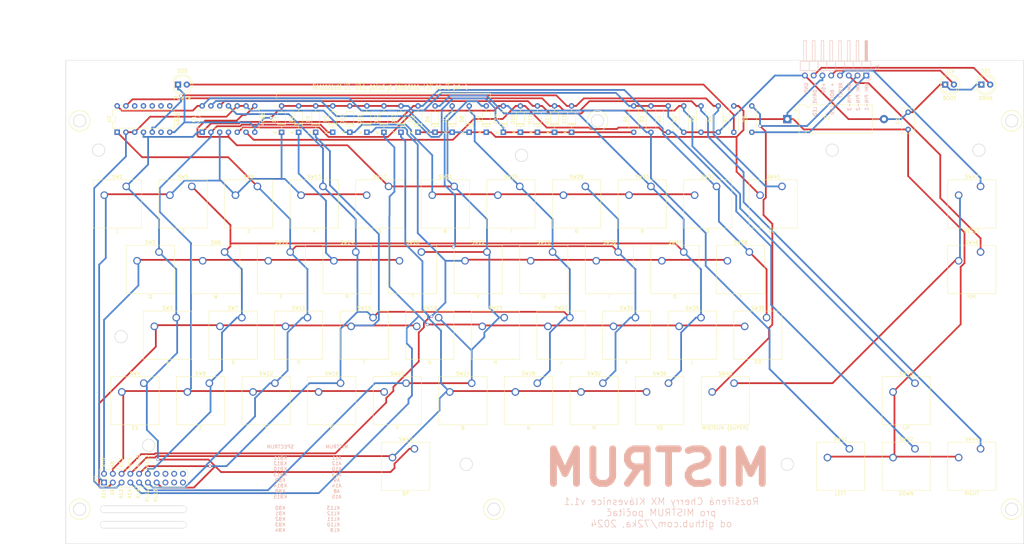
<source format=kicad_pcb>
(kicad_pcb (version 20221018) (generator pcbnew)
  (layers (0 "F.Cu" signal) (31 "B.Cu" signal) (34 "B.Paste" user) (35 "F.Paste" user) (36 "B.SilkS" user "B.Silkscreen") (37 "F.SilkS" user "F.Silkscreen") (38 "B.Mask" user) (39 "F.Mask" user) (44 "Edge.Cuts" user))
  (net 0 "")
  (net 1 "/KB15")
  (net 2 "/KB4")
  (net 3 "/KB14")
  (net 4 "/KB3")
  (net 5 "/KB2")
  (net 6 "/KB1")
  (net 7 "/KB0")
  (net 8 "/KB13")
  (net 9 "/KB12")
  (net 10 "/KB11")
  (net 11 "/KB10")
  (net 12 "/KB8")
  (net 13 "/KB9")
  (net 14 "/V-")
  (net 15 "/V+")
  (net 16 "/CS")
  (net 17 "Net-(D14-A)")
  (net 18 "Net-(D15-A)")
  (net 19 "Net-(D16-A)")
  (net 20 "Net-(D17-A)")
  (net 21 "Net-(D18-A)")
  (net 22 "Net-(D19-A)")
  (net 23 "Net-(D20-A)")
  (net 24 "Net-(D21-A)")
  (net 25 "Net-(J1-Pin_1)")
  (net 26 "Net-(J1-Pin_2)")
  (net 27 "Net-(J1-Pin_3)")
  (net 28 "Net-(J1-Pin_4)")
  (net 29 "Net-(SW46-Pad2)")
  (footprint "Resistor_THT:R_Axial_DIN0207_L6.3mm_D2.5mm_P7.62mm_Horizontal" (layer "F.Cu") (at 251.5 113.81 90)
    (fp_text reference "R5")
    (fp_text value "100k")
  )
  (footprint "Mistrum_klavesnice:SW_Cherry_MX_Mistrum" (layer "F.Cu") (at 132.5 148.5)
    (fp_text reference "SW10")
    (fp_text value "E")
  )
  (footprint "Diode_THT:D_DO-35_SOD27_P7.62mm_Horizontal" (layer "F.Cu") (at 184.3529 113.81 90)
    (fp_text reference "D8")
    (fp_text value "BAT85")
  )
  (footprint "Mistrum_klavesnice:SW_Cherry_MX_Mistrum" (layer "F.Cu") (at 242.08 186.5)
    (fp_text reference "SW36")
    (fp_text value "SS")
  )
  (footprint "Mistrum_klavesnice:SW_Cherry_MX_Mistrum" (layer "F.Cu") (at 189.5 148.5)
    (fp_text reference "SW22")
    (fp_text value "Y")
  )
  (footprint "Mistrum_klavesnice:SW_Cherry_MX_Mistrum" (layer "F.Cu") (at 265.5 148.5)
    (fp_text reference "SW38")
    (fp_text value "P")
  )
  (footprint "Mistrum_klavesnice:SW_Cherry_MX_Mistrum" (layer "F.Cu") (at 104 129.5)
    (fp_text reference "SW5")
    (fp_text value "2")
  )
  (footprint "Resistor_THT:R_Axial_DIN0207_L6.3mm_D2.5mm_P7.62mm_Horizontal" (layer "F.Cu") (at 237 106.19 -90)
    (fp_text reference "R2")
    (fp_text value "100k")
  )
  (footprint "Mistrum_klavesnice:SW_Cherry_MX_Mistrum" (layer "F.Cu") (at 180 129.5)
    (fp_text reference "SW21")
    (fp_text value "6")
  )
  (footprint "Capacitor_THT:C_Rect_L7.2mm_W3.5mm_P5.00mm_FKS2_FKP2_MKS2_MKP2" (layer "F.Cu") (at 311.5 113 90)
    (fp_text reference "C1")
    (fp_text value "100n")
  )
  (footprint "Resistor_THT:R_Axial_DIN0207_L6.3mm_D2.5mm_P7.62mm_Horizontal" (layer "F.Cu") (at 266.22 106.19 -90)
    (fp_text reference "R8")
    (fp_text value "1k")
  )
  (footprint "Mistrum_klavesnice:SW_Cherry_MX_Mistrum" (layer "F.Cu") (at 113.5 148.5)
    (fp_text reference "SW6")
    (fp_text value "W")
  )
  (footprint "Mistrum_klavesnice:SW_Cherry_MX_Mistrum" (layer "F.Cu") (at 128.08 186.5)
    (fp_text reference "SW12")
    (fp_text value "X")
  )
  (footprint "Mistrum_klavesnice:SW_Cherry_MX_Mistrum" (layer "F.Cu") (at 256 129.5)
    (fp_text reference "SW37")
    (fp_text value "0")
  )
  (footprint "Mistrum_klavesnice:SW_Cherry_MX_Mistrum" (layer "F.Cu") (at 218 129.5)
    (fp_text reference "SW29")
    (fp_text value "8")
  )
  (footprint "Mistrum_klavesnice:SW_Cherry_MX_Mistrum" (layer "F.Cu") (at 99.5 167.5)
    (fp_text reference "SW3")
    (fp_text value "A")
  )
  (footprint "Mistrum_klavesnice:SW_Cherry_MX_Mistrum" (layer "F.Cu") (at 227.5 148.5)
    (fp_text reference "SW30")
    (fp_text value "I")
  )
  (footprint "Mistrum_klavesnice:SW_Cherry_MX_Mistrum" (layer "F.Cu") (at 166.08 186.5)
    (fp_text reference "SW20")
    (fp_text value "V")
  )
  (footprint "Diode_THT:D_DO-35_SOD27_P7.62mm_Horizontal" (layer "F.Cu") (at 159.6471 113.81 90)
    (fp_text reference "D12")
    (fp_text value "BAT85")
  )
  (footprint "Diode_THT:D_DO-35_SOD27_P7.62mm_Horizontal" (layer "F.Cu") (at 169.5294 113.81 90)
    (fp_text reference "D5")
    (fp_text value "BAT85")
  )
  (footprint "Diode_THT:D_DO-35_SOD27_P7.62mm_Horizontal" (layer "F.Cu") (at 179.4118 113.81 90)
    (fp_text reference "D7")
    (fp_text value "BAT85")
  )
  (footprint "Diode_THT:D_DO-35_SOD27_P7.62mm_Horizontal" (layer "F.Cu") (at 139.8824 113.81 90)
    (fp_text reference "D3")
    (fp_text value "BAT85")
  )
  (footprint "Mistrum_klavesnice:SW_Cherry_MX_Mistrum" (layer "F.Cu") (at 109.08 186.5)
    (fp_text reference "SW8")
    (fp_text value "Z")
  )
  (footprint "Mistrum_klavesnice:SW_Cherry_MX_Mistrum" (layer "F.Cu") (at 246.5 148.5)
    (fp_text reference "SW34")
    (fp_text value "O")
  )
  (footprint "Mistrum_klavesnice:SW_Cherry_MX_Mistrum" (layer "F.Cu") (at 223.08 186.5)
    (fp_text reference "SW32")
    (fp_text value "M")
  )
  (footprint "Mistrum_klavesnice:SW_Cherry_MX_Mistrum" (layer "F.Cu") (at 261.08 186.5)
    (fp_text reference "SW48")
    (fp_text value "MISTRUM (SUPER)")
  )
  (footprint "Mistrum_klavesnice:SW_Cherry_MX_Mistrum" (layer "F.Cu") (at 170.5 148.5)
    (fp_text reference "SW18")
    (fp_text value "T")
  )
  (footprint "Mistrum_klavesnice:SW_Cherry_MX_Mistrum" (layer "F.Cu") (at 168.48 205.5)
    (fp_text reference "SW40")
    (fp_text value "SP")
  )
  (footprint "Diode_THT:D_DO-35_SOD27_P7.62mm_Horizontal" (layer "F.Cu") (at 149.7647 113.81 90)
    (fp_text reference "D10")
    (fp_text value "BAT85")
  )
  (footprint "Mistrum_klavesnice:SW_Cherry_MX_Mistrum" (layer "F.Cu") (at 237 129.5)
    (fp_text reference "SW33")
    (fp_text value "9")
  )
  (footprint "Mistrum_klavesnice:SW_Cherry_MX_Mistrum" (layer "F.Cu") (at 90.08 186.5)
    (fp_text reference "SW4")
    (fp_text value "CS")
  )
  (footprint "Mistrum_klavesnice:SW_Cherry_MX_Mistrum" (layer "F.Cu") (at 204.08 186.5)
    (fp_text reference "SW28")
    (fp_text value "N")
  )
  (footprint "Mistrum_klavesnice:SW_Cherry_MX_Mistrum" (layer "F.Cu") (at 118.5 167.5)
    (fp_text reference "SW7")
    (fp_text value "S")
  )
  (footprint "Diode_THT:D_DO-35_SOD27_P7.62mm_Horizontal" (layer "F.Cu") (at 174.4706 113.81 90)
    (fp_text reference "D6")
    (fp_text value "BAT85")
  )
  (footprint "Diode_THT:D_DO-35_SOD27_P7.62mm_Horizontal" (layer "F.Cu") (at 214 113.81 90)
    (fp_text reference "D18")
    (fp_text value "BAT85")
  )
  (footprint "Diode_THT:D_DO-35_SOD27_P7.62mm_Horizontal" (layer "F.Cu") (at 144.8235 113.81 90)
    (fp_text reference "D4")
    (fp_text value "BAT85")
  )
  (footprint "Mistrum_klavesnice:SW_Cherry_MX_Mistrum" (layer "F.Cu") (at 94.5 148.5)
    (fp_text reference "SW2")
    (fp_text value "Q")
  )
  (footprint "Mistrum_klavesnice:SW_Cherry_MX_Mistrum" (layer "F.Cu") (at 85 129.5)
    (fp_text reference "SW1")
    (fp_text value "1")
  )
  (footprint "Mistrum_klavesnice:SW_Cherry_MX_Mistrum" (layer "F.Cu") (at 199 129.5)
    (fp_text reference "SW25")
    (fp_text value "7")
  )
  (footprint "Capacitor_THT:CP_Axial_L21.0mm_D8.0mm_P28.00mm_Horizontal" (layer "F.Cu") (at 276.5 110)
    (fp_text reference "C2")
    (fp_text value "22uF")
  )
  (footprint "Diode_THT:D_DO-35_SOD27_P7.62mm_Horizontal" (layer "F.Cu") (at 209.0588 113.81 90)
    (fp_text reference "D17")
    (fp_text value "BAT85")
  )
  (footprint "Diode_THT:D_DO-35_SOD27_P7.62mm_Horizontal" (layer "F.Cu") (at 189.2941 113.81 90)
    (fp_text reference "D9")
    (fp_text value "BAT85")
  )
  (footprint "Diode_THT:D_DO-35_SOD27_P7.62mm_Horizontal" (layer "F.Cu") (at 130 113.81 90)
    (fp_text reference "D1")
    (fp_text value "BAT85")
  )
  (footprint "Resistor_THT:R_Axial_DIN0207_L6.3mm_D2.5mm_P7.62mm_Horizontal" (layer "F.Cu") (at 246.5 113.81 90)
    (fp_text reference "R4")
    (fp_text value "100k")
  )
  (footprint "Mistrum_klavesnice:SW_Cherry_MX_Mistrum" (layer "F.Cu") (at 332.48 129.5)
    (fp_text reference "SW47")
    (fp_text value "RESET")
  )
  (footprint "Diode_THT:D_DO-35_SOD27_P7.62mm_Horizontal" (layer "F.Cu") (at 154.7059 113.81 90)
    (fp_text reference "D11")
    (fp_text value "BAT85")
  )
  (footprint "Resistor_THT:R_Axial_DIN0207_L6.3mm_D2.5mm_P7.62mm_Horizontal" (layer "F.Cu") (at 256.5 113.81 90)
    (fp_text reference "R6")
    (fp_text value "100k")
  )
  (footprint "Mistrum_klavesnice:SW_Cherry_MX_Mistrum" (layer "F.Cu") (at 142 129.5)
    (fp_text reference "SW13")
    (fp_text value "4")
  )
  (footprint "Mistrum_klavesnice:SW_Cherry_MX_Mistrum" (layer "F.Cu") (at 332.48 148.5)
    (fp_text reference "SW46")
    (fp_text value "NMI")
  )
  (footprint "Mistrum_klavesnice:SW_Cherry_MX_Mistrum" (layer "F.Cu") (at 213.5 167.5)
    (fp_text reference "SW27")
    (fp_text value "J")
  )
  (footprint "Connector_PinHeader_2.54mm:PinHeader_2x10_P2.54mm_Vertical" (layer "F.Cu") (at 78.575 215.275 90)
    (fp_text reference "K1")
    (fp_text value "FRB KB")
  )
  (footprint "Package_DIP:DIP-14_W7.62mm" (layer "F.Cu") (at 82.375 113.8 90)
    (fp_text reference "U2")
    (fp_text value "4066")
  )
  (footprint "Mistrum_klavesnice:SW_Cherry_MX_Mistrum" (layer "F.Cu") (at 332.48 205.5)
    (fp_text reference "SW44")
    (fp_text value "RIGHT")
  )
  (footprint "Resistor_THT:R_Axial_DIN0207_L6.3mm_D2.5mm_P7.62mm_Horizontal" (layer "F.Cu") (at 232 113.81 90)
    (fp_text reference "R1")
    (fp_text value "100k")
  )
  (footprint "Package_DIP:DIP-14_W7.62mm" (layer "F.Cu") (at 107 113.8 90)
    (fp_text reference "U1")
    (fp_text value "4066")
  )
  (footprint "Diode_THT:D_DO-35_SOD27_P7.62mm_Horizontal" (layer "F.Cu") (at 134.9412 113.81 90)
    (fp_text reference "D2")
    (fp_text value "BAT85")
  )
  (footprint "Diode_THT:D_DO-35_SOD27_P7.62mm_Horizontal" (layer "F.Cu") (at 164.5882 113.81 90)
    (fp_text reference "D13")
    (fp_text value "BAT85")
  )
  (footprint "Mistrum_klavesnice:SW_Cherry_MX_Mistrum" (layer "F.Cu") (at 123 129.5)
    (fp_text reference "SW9")
    (fp_text value "3")
  )
  (footprint "Mistrum_klavesnice:SW_Cherry_MX_Mistrum" (layer "F.Cu") (at 147.08 186.5)
    (fp_text reference "SW16")
    (fp_text value "C")
  )
  (footprint "Diode_THT:D_DO-35_SOD27_P7.62mm_Horizontal" (layer "F.Cu") (at 199.1765 113.81 90)
    (fp_text reference "D15")
    (fp_text value "BAT85")
  )
  (footprint "Resistor_THT:R_Axial_DIN0207_L6.3mm_D2.5mm_P7.62mm_Horizontal" (layer "F.Cu") (at 242 106.19 -90)
    (fp_text reference "R3")
    (fp_text value "100k")
  )
  (footprint "Mistrum_klavesnice:SW_Cherry_MX_Mistrum" (layer "F.Cu") (at 156.5 167.5)
    (fp_text reference "SW15")
    (fp_text value "F")
  )
  (footprint "Diode_THT:D_DO-35_SOD27_P7.62mm_Horizontal" (layer "F.Cu") (at 194.2353 113.81 90)
    (fp_text reference "D14")
    (fp_text value "BAT85")
  )
  (footprint "Mistrum_klavesnice:SW_Cherry_MX_Mistrum" (layer "F.Cu") (at 270.5 167.5)
    (fp_text reference "SW39")
    (fp_text value "CR")
  )
  (footprint "Mistrum_klavesnice:SW_Cherry_MX_Mistrum" (layer "F.Cu") (at 151.5 148.5)
    (fp_text reference "SW14")
    (fp_text value "R")
  )
  (footprint "LED_THT:LED_D5.0mm" (layer "F.Cu") (at 100 100)
    (fp_text reference "D20")
    (fp_text value "POWER")
  )
  (footprint "Mistrum_klavesnice:SW_Cherry_MX_Mistrum" (layer "F.Cu") (at 232.5 167.5)
    (fp_text reference "SW31")
    (fp_text value "K")
  )
  (footprint "Resistor_THT:R_Axial_DIN0207_L6.3mm_D2.5mm_P7.62mm_Horizontal" (layer "F.Cu") (at 261 113.81 90)
    (fp_text reference "R7")
    (fp_text value "180")
  )
  (footprint "Mistrum_klavesnice:SW_Cherry_MX_Mistrum" (layer "F.Cu") (at 185.08 186.5)
    (fp_text reference "SW24")
    (fp_text value "B")
  )
  (footprint "Mistrum_klavesnice:SW_Cherry_MX_Mistrum" (layer "F.Cu") (at 161 129.5)
    (fp_text reference "SW17")
    (fp_text value "5")
  )
  (footprint "Mistrum_klavesnice:SW_Cherry_MX_Mistrum" (layer "F.Cu") (at 313.48 186.5)
    (fp_text reference "SW43")
    (fp_text value "UP")
  )
  (footprint "LED_THT:LED_D5.0mm" (layer "F.Cu") (at 322.225 100)
    (fp_text reference "D19")
    (fp_text value "BOOT")
  )
  (footprint "Mistrum_klavesnice:SW_Cherry_MX_Mistrum" (layer "F.Cu") (at 137.5 167.5)
    (fp_text reference "SW11")
    (fp_text value "D")
  )
  (footprint "LED_THT:LED_D5.0mm" (layer "F.Cu") (at 332.725 100)
    (fp_text reference "D21")
    (fp_text value "DRIVE")
  )
  (footprint "Mistrum_klavesnice:SW_Cherry_MX_Mistrum" (layer "F.Cu") (at 251.5 167.5)
    (fp_text reference "SW35")
    (fp_text value "L")
  )
  (footprint "Mistrum_klavesnice:SW_Cherry_MX_Mistrum" (layer "F.Cu") (at 175.5 167.5)
    (fp_text reference "SW19")
    (fp_text value "G")
  )
  (footprint "Mistrum_klavesnice:SW_Cherry_MX_Mistrum" (layer "F.Cu") (at 194.5 167.5)
    (fp_text reference "SW23")
    (fp_text value "H")
  )
  (footprint "Mistrum_klavesnice:SW_Cherry_MX_Mistrum" (layer "F.Cu") (at 294.48 205.5)
    (fp_text reference "SW41")
    (fp_text value "LEFT")
  )
  (footprint "Mistrum_klavesnice:SW_Cherry_MX_Mistrum" (layer "F.Cu") (at 313.48 205.5)
    (fp_text reference "SW42")
    (fp_text value "DOWN")
  )
  (footprint "Mistrum_klavesnice:SW_Cherry_MX_Mistrum" (layer "F.Cu") (at 274.96 129.5)
    (fp_text reference "SW45")
    (fp_text value "DEL")
  )
  (footprint "Mistrum_klavesnice:SW_Cherry_MX_Mistrum" (layer "F.Cu") (at 208.5 148.5)
    (fp_text reference "SW26")
    (fp_text value "U")
  )
  (footprint "Diode_THT:D_DO-35_SOD27_P7.62mm_Horizontal" (layer "F.Cu") (at 204.1176 113.81 90)
    (fp_text reference "D16")
    (fp_text value "BAT85")
  )
  (footprint "Connector_PinHeader_2.54mm:PinHeader_1x08_P2.54mm_Horizontal" (layer "B.Cu") (at 299.375 97.375 90)
    (fp_text reference "J1")
    (fp_text value "1x8 PinHeader")
  )
  (gr_circle (center 341.5 223) (end 341.5 226) (stroke (width 0.15)) (fill none) (layer "F.SilkS"))
  (gr_circle (center 71.5 223) (end 71.5 226) (stroke (width 0.15)) (fill none) (layer "F.SilkS"))
  (gr_circle (center 221.5 110.5) (end 221.5 113.5) (stroke (width 0.15)) (fill none) (layer "F.SilkS"))
  (gr_line (start 128.5 102.5) (end 190.5 102.5) (stroke (width 0.15)) (layer "F.SilkS"))
  (gr_line (start 128.5 104) (end 128.5 102.5) (stroke (width 0.15)) (layer "F.SilkS"))
  (gr_circle (center 191.5 223) (end 191.5 226) (stroke (width 0.15)) (fill none) (layer "F.SilkS"))
  (gr_circle (center 341.5 110.5) (end 341.5 113.5) (stroke (width 0.15)) (fill none) (layer "F.SilkS"))
  (gr_circle (center 71.5 110.5) (end 71.5 113.5) (stroke (width 0.15)) (fill none) (layer "F.SilkS"))
  (gr_line (start 190.5 102.5) (end 190.5 104) (stroke (width 0.15)) (layer "F.SilkS"))
  (gr_line (start 78.5 222) (end 101.5 222) (stroke (width 0.15)) (layer "Edge.Cuts"))
  (gr_line (start 67.5 93) (end 67.5 233) (stroke (width 0.15)) (layer "Edge.Cuts"))
  (gr_circle (center 71.5 110.5) (end 73.302776 110.5) (stroke (width 0.15)) (fill none) (layer "Edge.Cuts"))
  (gr_circle (center 77 119) (end 78.802776 119) (stroke (width 0.15)) (fill none) (layer "Edge.Cuts"))
  (gr_arc (start 78.5 224) (mid 77.5 223) (end 78.5 222) (stroke (width 0.1)) (layer "Edge.Cuts"))
  (gr_line (start 101.5 224) (end 78.5 224) (stroke (width 0.15)) (layer "Edge.Cuts"))
  (gr_line (start 101.5 226.5) (end 78.5 226.5) (stroke (width 0.15)) (layer "Edge.Cuts"))
  (gr_circle (center 71.5 223) (end 73.302776 223) (stroke (width 0.15)) (fill none) (layer "Edge.Cuts"))
  (gr_line (start 345 93) (end 67.5 93) (stroke (width 0.1)) (layer "Edge.Cuts"))
  (gr_circle (center 91.5 204.5) (end 93.302776 204.5) (stroke (width 0.15)) (fill none) (layer "Edge.Cuts"))
  (gr_circle (center 183.5 210) (end 185.302776 210) (stroke (width 0.15)) (fill none) (layer "Edge.Cuts"))
  (gr_circle (center 83.5 173) (end 85.302776 173) (stroke (width 0.15)) (fill none) (layer "Edge.Cuts"))
  (gr_circle (center 341.5 110.5) (end 343.302776 110.5) (stroke (width 0.15)) (fill none) (layer "Edge.Cuts"))
  (gr_circle (center 289.5 119) (end 291.302776 119) (stroke (width 0.15)) (fill none) (layer "Edge.Cuts"))
  (gr_circle (center 341.5 223) (end 343.302776 223) (stroke (width 0.15)) (fill none) (layer "Edge.Cuts"))
  (gr_line (start 78.5 228.5) (end 101.5 228.5) (stroke (width 0.15)) (layer "Edge.Cuts"))
  (gr_circle (center 199.5 120.5) (end 201.302776 120.5) (stroke (width 0.15)) (fill none) (layer "Edge.Cuts"))
  (gr_circle (center 332 119) (end 333.802776 119) (stroke (width 0.15)) (fill none) (layer "Edge.Cuts"))
  (gr_arc (start 101.5 222) (mid 102.5 223) (end 101.5 224) (stroke (width 0.1)) (layer "Edge.Cuts"))
  (gr_line (start 345 233) (end 345 93) (stroke (width 0.15)) (layer "Edge.Cuts"))
  (gr_circle (center 221.5 110.5) (end 223.302776 110.5) (stroke (width 0.15)) (fill none) (layer "Edge.Cuts"))
  (gr_circle (center 191.5 223) (end 193.302776 223) (stroke (width 0.15)) (fill none) (layer "Edge.Cuts"))
  (gr_arc (start 101.5 226.5) (mid 102.5 227.5) (end 101.5 228.5) (stroke (width 0.1)) (layer "Edge.Cuts"))
  (gr_line (start 345 233) (end 67.5 233) (stroke (width 0.1)) (layer "Edge.Cuts"))
  (gr_circle (center 276.5 210) (end 278.302776 210) (stroke (width 0.15)) (fill none) (layer "Edge.Cuts"))
  (gr_arc (start 78.5 228.5) (mid 77.5 227.5) (end 78.5 226.5) (stroke (width 0.1)) (layer "Edge.Cuts"))
  (gr_text "+ BOOT LED" (at 289.5 104.095238 90) (layer "B.SilkS") (effects (font (size 1 1)) (justify mirror)))
  (gr_text "Rozšířená Cherry MX Klávesnice v1.1\npro MISTRUM počítač\nod github.com/72ka, 2024" (at 240 224) (layer "B.SilkS") (effects (font (size 2 2)) (justify mirror)))
  (gr_text "RESET" (at 292 101.690476 90) (layer "B.SilkS") (effects (font (size 1 1)) (justify mirror)))
  (gr_text "NMI PIN-3" (at 294.5 103.5 90) (layer "B.SilkS") (effects (font (size 1 1)) (justify mirror)))
  (gr_text "+ DRIVE LED" (at 284.5 104.285714 90) (layer "B.SilkS") (effects (font (size 1 1)) (justify mirror)))
  (gr_text "+5V" (at 287 100.952381 90) (layer "B.SilkS") (effects (font (size 1 1)) (justify mirror)))
  (gr_text "NMI PIN-1" (at 299.5 103.5 90) (layer "B.SilkS") (effects (font (size 1 1)) (justify mirror)))
  (gr_text "MISTRUM			SPECTRUM\n\nA11				KB11\nA12				KB12\nA10				KB10\nA13				KB13\nA9				KB9\nA14				KB14\nA8				KB8\nA15				KB15\n\nKL13			KB0\nKL12			KB1\nKL11			KB2\nKL10			KB3\nKL9				KB4\n" (at 137.5 217) (layer "B.SilkS") (effects (font (size 1 1)) (justify mirror)))
  (gr_text "GND" (at 282 100.952381 90) (layer "B.SilkS") (effects (font (size 1 1)) (justify mirror)))
  (gr_text "NMI PIN-2" (at 297 103.5 90) (layer "B.SilkS") (effects (font (size 1 1)) (justify mirror)))
  (gr_text "MISTRUM" (at 239 211) (layer "B.SilkS") (effects (font (size 10 10) (thickness 2)) (justify mirror)))
  (gr_text "Neosazovat D1-D13, pokud je přivedeno +5V na J1 pin-6" (at 161.5 100.5) (layer "F.SilkS") (effects (font (size 2 1))))
  (gr_text "A14" (at 86 218.52381 90) (layer "F.SilkS") (effects (font (size 1 1))))
  (gr_text "KL12" (at 91 208.976191 90) (layer "F.SilkS") (effects (font (size 1 1))))
  (gr_text "A15" (at 86 209.452382 90) (layer "F.SilkS") (effects (font (size 1 1))))
  (gr_text "A12" (at 83.5 218.52381 90) (layer "F.SilkS") (effects (font (size 1 1))))
  (gr_text "A10" (at 78.5 209.452382 90) (layer "F.SilkS") (effects (font (size 1 1))))
  (gr_text "KL10" (at 88.5 208.976191 90) (layer "F.SilkS") (effects (font (size 1 1))))
  (gr_text "A9" (at 81 218.047619 90) (layer "F.SilkS") (effects (font (size 1 1))))
  (gr_text "KL9" (at 88.5 218.52381 90) (layer "F.SilkS") (effects (font (size 1 1))))
  (gr_text "KL11" (at 91 219 90) (layer "F.SilkS") (effects (font (size 1 1))))
  (gr_text "KL13" (at 93.5 219 90) (layer "F.SilkS") (effects (font (size 1 1))))
  (gr_text "A13" (at 83.5 209.452382 90) (layer "F.SilkS") (effects (font (size 1 1))))
  (gr_text "A11" (at 78.5 218.52381 90) (layer "F.SilkS") (effects (font (size 1 1))))
  (gr_text "A8" (at 81 209.928572 90) (layer "F.SilkS") (effects (font (size 1 1))))
  (segment (start 235.4605 188.7705) (end 235.73 189.04) (width 0.508) (layer "F.Cu") (net 1))
  (segment (start 216.73 189.04) (end 216.9995 188.7705) (width 0.508) (layer "F.Cu") (net 1))
  (segment (start 161.715 207.625) (end 93.7642 207.625) (width 0.508) (layer "F.Cu") (net 1))
  (segment (start 197.73 189.04) (end 197.9995 188.7705) (width 0.508) (layer "F.Cu") (net 1))
  (segment (start 197.9995 188.7705) (end 216.4605 188.7705) (width 0.508) (layer "F.Cu") (net 1))
  (segment (start 178.9944 188.7756) (end 197.4656 188.7756) (width 0.508) (layer "F.Cu") (net 1))
  (segment (start 90.89 208.04) (end 86.195 212.735) (width 0.508) (layer "F.Cu") (net 1))
  (segment (start 197.4656 188.7756) (end 197.73 189.04) (width 0.508) (layer "F.Cu") (net 1))
  (segment (start 216.4605 188.7705) (end 216.73 189.04) (width 0.508) (layer "F.Cu") (net 1))
  (segment (start 216.9995 188.7705) (end 235.4605 188.7705) (width 0.508) (layer "F.Cu") (net 1))
  (segment (start 93.7642 207.625) (end 93.3492 208.04) (width 0.508) (layer "F.Cu") (net 1))
  (segment (start 162.13 208.04) (end 161.715 207.625) (width 0.508) (layer "F.Cu") (net 1))
  (segment (start 178.73 189.04) (end 178.9944 188.7756) (width 0.508) (layer "F.Cu") (net 1))
  (segment (start 93.3492 208.04) (end 90.89 208.04) (width 0.508) (layer "F.Cu") (net 1))
  (segment (start 172.4478 166.8231) (end 170.8044 165.1797) (width 0.508) (layer "B.Cu") (net 1))
  (segment (start 176.1821 171.2976) (end 172.4478 167.5633) (width 0.508) (layer "B.Cu") (net 1))
  (segment (start 176.1821 186.4921) (end 176.1821 171.2976) (width 0.508) (layer "B.Cu") (net 1))
  (segment (start 165.8446 146.2201) (end 165.8446 116.4207) (width 0.508) (layer "B.Cu") (net 1))
  (segment (start 175.7644 190.9143) (end 178.1844 188.4943) (width 0.508) (layer "B.Cu") (net 1))
  (segment (start 164.5882 113.81) (end 164.5882 115.1643) (width 0.508) (layer "B.Cu") (net 1))
  (segment (start 178.1844 188.4943) (end 176.1821 186.4921) (width 0.508) (layer "B.Cu") (net 1))
  (segment (start 165.8446 116.4207) (end 164.5882 115.1643) (width 0.508) (layer "B.Cu") (net 1))
  (segment (start 172.4478 167.5633) (end 172.4478 166.8231) (width 0.508) (layer "B.Cu") (net 1))
  (segment (start 178.1844 188.4943) (end 178.73 189.04) (width 0.508) (layer "B.Cu") (net 1))
  (segment (start 162.13 208.04) (end 175.7644 194.4056) (width 0.508) (layer "B.Cu") (net 1))
  (segment (start 170.8044 151.1799) (end 165.8446 146.2201) (width 0.508) (layer "B.Cu") (net 1))
  (segment (start 175.7644 194.4056) (end 175.7644 190.9143) (width 0.508) (layer "B.Cu") (net 1))
  (segment (start 170.8044 165.1797) (end 170.8044 151.1799) (width 0.508) (layer "B.Cu") (net 1))
  (segment (start 161 129.5) (end 149.0893 117.5893) (width 0.508) (layer "F.Cu") (net 2))
  (segment (start 119.5997 108.8203) (end 118.6493 108.8203) (width 0.508) (layer "F.Cu") (net 2))
  (segment (start 185.08 186.5) (end 166.08 186.5) (width 0.508) (layer "F.Cu") (net 2))
  (segment (start 117.055 117.5893) (end 114.62 115.1543) (width 0.508) (layer "F.Cu") (net 2))
  (segment (start 107.8839 110.4495) (end 105.6456 112.6878) (width 0.508) (layer "F.Cu") (net 2))
  (segment (start 105.9526 115.1543) (end 114.62 115.1543) (width 0.508) (layer "F.Cu") (net 2))
  (segment (start 117.0201 110.4495) (end 107.8839 110.4495) (width 0.508) (layer "F.Cu") (net 2))
  (segment (start 122.24 106.18) (end 119.5997 108.8203) (width 0.508) (layer "F.Cu") (net 2))
  (segment (start 118.6493 108.8203) (end 117.0201 110.4495) (width 0.508) (layer "F.Cu") (net 2))
  (segment (start 105.6456 112.6878) (end 105.6456 114.8473) (width 0.508) (layer "F.Cu") (net 2))
  (segment (start 149.0893 117.5893) (end 117.055 117.5893) (width 0.508) (layer "F.Cu") (net 2))
  (segment (start 105.6456 114.8473) (end 105.9526 115.1543) (width 0.508) (layer "F.Cu") (net 2))
  (segment (start 170.5 148.5) (end 189.5 148.5) (width 0.508) (layer "F.Cu") (net 2))
  (segment (start 180 129.5) (end 161 129.5) (width 0.508) (layer "F.Cu") (net 2))
  (segment (start 114.62 113.8) (end 114.62 115.1543) (width 0.508) (layer "F.Cu") (net 2))
  (segment (start 126.0498 217.5137) (end 90.9737 217.5137) (width 0.508) (layer "B.Cu") (net 2))
  (segment (start 186.5854 104.8356) (end 187.9398 106.19) (width 0.508) (layer "B.Cu") (net 2))
  (segment (start 178.0574 127.5574) (end 178.0574 110.546) (width 0.508) (layer "B.Cu") (net 2))
  (segment (start 189.5 148.5) (end 189.5 139) (width 0.508) (layer "B.Cu") (net 2))
  (segment (start 193.0519 167.5) (end 190.1822 164.6303) (width 0.508) (layer "B.Cu") (net 2))
  (segment (start 194.5 167.5) (end 193.0519 167.5) (width 0.508) (layer "B.Cu") (net 2))
  (segment (start 185.08 186.5) (end 185.08 177.08) (width 0.508) (layer "B.Cu") (net 2))
  (segment (start 90.9737 217.5137) (end 88.735 215.275) (width 0.508) (layer "B.Cu") (net 2))
  (segment (start 188.7379 173.1206) (end 184.9293 176.9292) (width 0.508) (layer "B.Cu") (net 2))
  (segment (start 189.2941 106.19) (end 187.9398 106.19) (width 0.508) (layer "B.Cu") (net 2))
  (segment (start 166.08 186.5) (end 157.0635 186.5) (width 0.508) (layer "B.Cu") (net 2))
  (segment (start 184.9293 176.9292) (end 175.5 167.5) (width 0.508) (layer "B.Cu") (net 2))
  (segment (start 183.7678 104.8356) (end 186.5854 104.8356) (width 0.508) (layer "B.Cu") (net 2))
  (segment (start 189.5 139) (end 180 129.5) (width 0.508) (layer "B.Cu") (net 2))
  (segment (start 188.7379 171.814) (end 188.7379 173.1206) (width 0.508) (layer "B.Cu") (net 2))
  (segment (start 157.0635 186.5) (end 126.0498 217.5137) (width 0.508) (layer "B.Cu") (net 2))
  (segment (start 178.0574 110.546) (end 183.7678 104.8356) (width 0.508) (layer "B.Cu") (net 2))
  (segment (start 185.08 177.08) (end 184.9293 176.9292) (width 0.508) (layer "B.Cu") (net 2))
  (segment (start 193.0519 167.5) (end 188.7379 171.814) (width 0.508) (layer "B.Cu") (net 2))
  (segment (start 180 129.5) (end 178.0574 127.5574) (width 0.508) (layer "B.Cu") (net 2))
  (segment (start 190.1822 149.1822) (end 189.5 148.5) (width 0.508) (layer "B.Cu") (net 2))
  (segment (start 190.1822 164.6303) (end 190.1822 149.1822) (width 0.508) (layer "B.Cu") (net 2))
  (segment (start 245.15 170.04) (end 244.8856 169.7756) (width 0.508) (layer "F.Cu") (net 3))
  (segment (start 188.15 170.04) (end 188.4195 169.7705) (width 0.508) (layer "F.Cu") (net 3))
  (segment (start 263.8856 169.7756) (end 264.15 170.04) (width 0.508) (layer "F.Cu") (net 3))
  (segment (start 188.15 170.04) (end 187.6142 169.5042) (width 0.508) (layer "F.Cu") (net 3))
  (segment (start 187.6142 169.5042) (end 172.2335 169.5042) (width 0.508) (layer "F.Cu") (net 3))
  (segment (start 245.4144 169.7756) (end 263.8856 169.7756) (width 0.508) (layer "F.Cu") (net 3))
  (segment (start 244.8856 169.7756) (end 226.4144 169.7756) (width 0.508) (layer "F.Cu") (net 3))
  (segment (start 188.4195 169.7705) (end 206.8805 169.7705) (width 0.508) (layer "F.Cu") (net 3))
  (segment (start 206.8805 169.7705) (end 207.15 170.04) (width 0.508) (layer "F.Cu") (net 3))
  (segment (start 245.15 170.04) (end 245.4144 169.7756) (width 0.508) (layer "F.Cu") (net 3))
  (segment (start 226.4144 169.7756) (end 226.15 170.04) (width 0.508) (layer "F.Cu") (net 3))
  (segment (start 207.4144 169.7756) (end 207.15 170.04) (width 0.508) (layer "F.Cu") (net 3))
  (segment (start 226.15 170.04) (end 225.8856 169.7756) (width 0.508) (layer "F.Cu") (net 3))
  (segment (start 225.8856 169.7756) (end 207.4144 169.7756) (width 0.508) (layer "F.Cu") (net 3))
  (via (at 172.2335 169.5042) (size 0.889) (drill 0.635) (layers "F.Cu" "B.Cu") (net 3))
  (segment (start 89.2701 218.3501) (end 140.777 218.3501) (width 0.508) (layer "B.Cu") (net 3))
  (segment (start 159.6471 113.81) (end 159.6471 115.1643) (width 0.508) (layer "B.Cu") (net 3))
  (segment (start 172.2335 169.5042) (end 169.784 167.0547) (width 0.508) (layer "B.Cu") (net 3))
  (segment (start 162.6869 118.2041) (end 159.6471 115.1643) (width 0.508) (layer "B.Cu") (net 3))
  (segment (start 140.777 218.3501) (end 166.7622 192.3649) (width 0.508) (layer "B.Cu") (net 3))
  (segment (start 162.6869 131.0329) (end 162.6869 118.2041) (width 0.508) (layer "B.Cu") (net 3))
  (segment (start 161.2891 138.0271) (end 161.2891 132.4307) (width 0.508) (layer "B.Cu") (net 3))
  (segment (start 167.773 190.0875) (end 167.773 176.4813) (width 0.508) (layer "B.Cu") (net 3))
  (segment (start 161.2256 158.4963) (end 161.2256 138.0906) (width 0.508) (layer "B.Cu") (net 3))
  (segment (start 167.773 176.4813) (end 166.2256 174.9339) (width 0.508) (layer "B.Cu") (net 3))
  (segment (start 161.2891 132.4307) (end 162.6869 131.0329) (width 0.508) (layer "B.Cu") (net 3))
  (segment (start 169.784 167.0547) (end 161.2256 158.4963) (width 0.508) (layer "B.Cu") (net 3))
  (segment (start 166.7622 191.0983) (end 167.773 190.0875) (width 0.508) (layer "B.Cu") (net 3))
  (segment (start 161.2256 138.0906) (end 161.2891 138.0271) (width 0.508) (layer "B.Cu") (net 3))
  (segment (start 166.7622 192.3649) (end 166.7622 191.0983) (width 0.508) (layer "B.Cu") (net 3))
  (segment (start 166.2256 174.9339) (end 166.2256 170.6131) (width 0.508) (layer "B.Cu") (net 3))
  (segment (start 166.2256 170.6131) (end 169.784 167.0547) (width 0.508) (layer "B.Cu") (net 3))
  (segment (start 86.195 215.275) (end 89.2701 218.3501) (width 0.508) (layer "B.Cu") (net 3))
  (segment (start 211.817 165.817) (end 158.183 165.817) (width 0.508) (layer "F.Cu") (net 4))
  (segment (start 90.934 210.536) (end 88.735 212.735) (width 0.508) (layer "F.Cu") (net 4))
  (segment (start 158.183 165.817) (end 156.5 167.5) (width 0.508) (layer "F.Cu") (net 4))
  (segment (start 213.5 167.5) (end 211.817 165.817) (width 0.508) (layer "F.Cu") (net 4))
  (segment (start 109.2865 210.536) (end 90.934 210.536) (width 0.508) (layer "F.Cu") (net 4))
  (via (at 109.2865 210.536) (size 0.889) (drill 0.635) (layers "F.Cu" "B.Cu") (net 4))
  (segment (start 114.0565 210.536) (end 109.2865 210.536) (width 0.508) (layer "B.Cu") (net 4))
  (segment (start 207.7379 182.8421) (end 204.08 186.5) (width 0.508) (layer "B.Cu") (net 4))
  (segment (start 154.8385 165.8385) (end 151.9801 165.8385) (width 0.508) (layer "B.Cu") (net 4))
  (segment (start 213.5 167.5) (end 212.0519 167.5) (width 0.508) (layer "B.Cu") (net 4))
  (segment (start 199 129.5) (end 208.5 139) (width 0.508) (layer "B.Cu") (net 4))
  (segment (start 207.7379 171.814) (end 207.7379 182.8421) (width 0.508) (layer "B.Cu") (net 4))
  (segment (start 156.5 167.5) (end 154.8385 165.8385) (width 0.508) (layer "B.Cu") (net 4))
  (segment (start 114.62 106.18) (end 116.9977 108.5577) (width 0.508) (layer "B.Cu") (net 4))
  (segment (start 151.9801 165.8385) (end 147.08 170.7386) (width 0.508) (layer "B.Cu") (net 4))
  (segment (start 208.5 139) (end 208.5 148.5) (width 0.508) (layer "B.Cu") (net 4))
  (segment (start 116.9977 108.5577) (end 132.0737 108.5577) (width 0.508) (layer "B.Cu") (net 4))
  (segment (start 208.5 148.5) (end 213.5 153.5) (width 0.508) (layer "B.Cu") (net 4))
  (segment (start 151.5 148.5) (end 151.5 139) (width 0.508) (layer "B.Cu") (net 4))
  (segment (start 184.3529 106.19) (end 184.3529 107.5443) (width 0.508) (layer "B.Cu") (net 4))
  (segment (start 142 118.484) (end 142 129.5) (width 0.508) (layer "B.Cu") (net 4))
  (segment (start 132.0737 108.5577) (end 142 118.484) (width 0.508) (layer "B.Cu") (net 4))
  (segment (start 213.5 153.5) (end 213.5 167.5) (width 0.508) (layer "B.Cu") (net 4))
  (segment (start 151.5 139) (end 142 129.5) (width 0.508) (layer "B.Cu") (net 4))
  (segment (start 185.9316 116.4316) (end 185.9316 109.123) (width 0.508) (layer "B.Cu") (net 4))
  (segment (start 185.9316 109.123) (end 184.3529 107.5443) (width 0.508) (layer "B.Cu") (net 4))
  (segment (start 151.9801 148.9801) (end 151.9801 165.8385) (width 0.508) (layer "B.Cu") (net 4))
  (segment (start 199 129.5) (end 185.9316 116.4316) (width 0.508) (layer "B.Cu") (net 4))
  (segment (start 212.0519 167.5) (end 207.7379 171.814) (width 0.508) (layer "B.Cu") (net 4))
  (segment (start 147.08 186.5) (end 138.0925 186.5) (width 0.508) (layer "B.Cu") (net 4))
  (segment (start 151.5 148.5) (end 151.9801 148.9801) (width 0.508) (layer "B.Cu") (net 4))
  (segment (start 138.0925 186.5) (end 114.0565 210.536) (width 0.508) (layer "B.Cu") (net 4))
  (segment (start 147.08 170.7386) (end 147.08 186.5) (width 0.508) (layer "B.Cu") (net 4))
  (segment (start 179.804 146.8176) (end 179.804 147.0136) (width 0.508) (layer "F.Cu") (net 5))
  (segment (start 123 129.5) (end 114.5434 121.0434) (width 0.508) (layer "F.Cu") (net 5))
  (segment (start 179.804 146.8176) (end 225.8176 146.8176) (width 0.508) (layer "F.Cu") (net 5))
  (segment (start 114.5434 121.0434) (end 89.6184 121.0434) (width 0.508) (layer "F.Cu") (net 5))
  (segment (start 225.8176 146.8176) (end 227.5 148.5) (width 0.508) (layer "F.Cu") (net 5))
  (segment (start 89.6184 121.0434) (end 82.375 113.8) (width 0.508) (layer "F.Cu") (net 5))
  (segment (start 132.5 148.5) (end 134.1824 146.8176) (width 0.508) (layer "F.Cu") (net 5))
  (segment (start 134.1824 146.8176) (end 179.804 146.8176) (width 0.508) (layer "F.Cu") (net 5))
  (via (at 179.804 147.0136) (size 0.889) (drill 0.635) (layers "F.Cu" "B.Cu") (net 5))
  (segment (start 179.4118 107.5443) (end 177.2428 109.7133) (width 0.508) (layer "B.Cu") (net 5))
  (segment (start 177.2428 129.0823) (end 180.2664 132.1059) (width 0.508) (layer "B.Cu") (net 5))
  (segment (start 123 129.5) (end 132.5 139) (width 0.508) (layer "B.Cu") (net 5))
  (segment (start 137.5 167.5) (end 136.0519 167.5) (width 0.508) (layer "B.Cu") (net 5))
  (segment (start 226.7379 182.8421) (end 223.08 186.5) (width 0.508) (layer "B.Cu") (net 5))
  (segment (start 180.2664 146.5512) (end 179.804 147.0136) (width 0.508) (layer "B.Cu") (net 5))
  (segment (start 227.5 148.5) (end 232.5 153.5) (width 0.508) (layer "B.Cu") (net 5))
  (segment (start 108.2877 210.1223) (end 108.2877 210.4282) (width 0.508) (layer "B.Cu") (net 5))
  (segment (start 179.4118 106.19) (end 179.4118 107.5443) (width 0.508) (layer "B.Cu") (net 5))
  (segment (start 132.5 139) (end 132.5 148.5) (width 0.508) (layer "B.Cu") (net 5))
  (segment (start 137.5 167.5) (end 137.5 153.5) (width 0.508) (layer "B.Cu") (net 5))
  (segment (start 226.7379 171.814) (end 226.7379 182.8421) (width 0.508) (layer "B.Cu") (net 5))
  (segment (start 136.0519 167.5) (end 131.7379 171.814) (width 0.508) (layer "B.Cu") (net 5))
  (segment (start 231.0519 167.5) (end 226.7379 171.814) (width 0.508) (layer "B.Cu") (net 5))
  (segment (start 126.6319 186.5) (end 122.3179 190.814) (width 0.508) (layer "B.Cu") (net 5))
  (segment (start 92.7053 216.7053) (end 91.275 215.275) (width 0.508) (layer "B.Cu") (net 5))
  (segment (start 180.2664 132.1059) (end 180.2664 146.5512) (width 0.508) (layer "B.Cu") (net 5))
  (segment (start 232.5 153.5) (end 232.5 167.5) (width 0.508) (layer "B.Cu") (net 5))
  (segment (start 122.3179 196.0921) (end 108.2877 210.1223) (width 0.508) (layer "B.Cu") (net 5))
  (segment (start 218 129.5) (end 227.5 139) (width 0.508) (layer "B.Cu") (net 5))
  (segment (start 232.5 167.5) (end 231.0519 167.5) (width 0.508) (layer "B.Cu") (net 5))
  (segment (start 137.5 153.5) (end 132.5 148.5) (width 0.508) (layer "B.Cu") (net 5))
  (segment (start 102.0106 216.7053) (end 92.7053 216.7053) (width 0.508) (layer "B.Cu") (net 5))
  (segment (start 227.5 139) (end 227.5 148.5) (width 0.508) (layer "B.Cu") (net 5))
  (segment (start 131.7379 171.814) (end 131.7379 182.8421) (width 0.508) (layer "B.Cu") (net 5))
  (segment (start 177.2428 109.7133) (end 177.2428 129.0823) (width 0.508) (layer "B.Cu") (net 5))
  (segment (start 122.3179 190.814) (end 122.3179 196.0921) (width 0.508) (layer "B.Cu") (net 5))
  (segment (start 108.2877 210.4282) (end 102.0106 216.7053) (width 0.508) (layer "B.Cu") (net 5))
  (segment (start 131.7379 182.8421) (end 128.08 186.5) (width 0.508) (layer "B.Cu") (net 5))
  (segment (start 128.08 186.5) (end 126.6319 186.5) (width 0.508) (layer "B.Cu") (net 5))
  (segment (start 244.0092 146.0092) (end 115.1825 146.0092) (width 0.508) (layer "F.Cu") (net 6))
  (segment (start 246.5 148.5) (end 244.0092 146.0092) (width 0.508) (layer "F.Cu") (net 6))
  (segment (start 115.1825 146.8175) (end 115.1825 146.0092) (width 0.508) (layer "F.Cu") (net 6))
  (segment (start 115.1825 146.0092) (end 115.1825 140.6825) (width 0.508) (layer "F.Cu") (net 6))
  (segment (start 113.5 148.5) (end 115.1825 146.8175) (width 0.508) (layer "F.Cu") (net 6))
  (segment (start 115.1825 140.6825) (end 104 129.5) (width 0.508) (layer "F.Cu") (net 6))
  (segment (start 237 129.5) (end 246.5 139) (width 0.508) (layer "B.Cu") (net 6))
  (segment (start 178.8028 103.2121) (end 189.4011 103.2121) (width 0.508) (layer "B.Cu") (net 6))
  (segment (start 174.4706 106.19) (end 175.8249 106.19) (width 0.508) (layer "B.Cu") (net 6))
  (segment (start 189.4011 103.2121) (end 192.8459 106.6569) (width 0.508) (layer "B.Cu") (net 6))
  (segment (start 91.275 212.735) (end 91.275 211.3307) (width 0.508) (layer "B.Cu") (net 6))
  (segment (start 251.5 167.5) (end 250.0519 167.5) (width 0.508) (layer "B.Cu") (net 6))
  (segment (start 192.8459 106.6569) (end 192.8459 106.7625) (width 0.508) (layer "B.Cu") (net 6))
  (segment (start 251.5 153.5) (end 251.5 167.5) (width 0.508) (layer "B.Cu") (net 6))
  (segment (start 91.275 211.3307) (end 92.8836 211.3307) (width 0.508) (layer "B.Cu") (net 6))
  (segment (start 112.7379 171.814) (end 112.7379 182.8421) (width 0.508) (layer "B.Cu") (net 6))
  (segment (start 175.8249 106.19) (end 178.8028 103.2121) (width 0.508) (layer "B.Cu") (net 6))
  (segment (start 92.8836 211.3307) (end 109.4211 194.7932) (width 0.508) (layer "B.Cu") (net 6))
  (segment (start 118.5 167.5) (end 117.0519 167.5) (width 0.508) (layer "B.Cu") (net 6))
  (segment (start 118.5 153.5) (end 118.5 167.5) (width 0.508) (layer "B.Cu") (net 6))
  (segment (start 109.4211 194.7932) (end 109.4211 186.8411) (width 0.508) (layer "B.Cu") (net 6))
  (segment (start 192.8459 106.7625) (end 194.4361 108.3527) (width 0.508) (layer "B.Cu") (net 6))
  (segment (start 245.7379 182.8421) (end 242.08 186.5) (width 0.508) (layer "B.Cu") (net 6))
  (segment (start 113.5 148.5) (end 118.5 153.5) (width 0.508) (layer "B.Cu") (net 6))
  (segment (start 117.0519 167.5) (end 112.7379 171.814) (width 0.508) (layer "B.Cu") (net 6))
  (segment (start 250.0519 167.5) (end 245.7379 171.814) (width 0.508) (layer "B.Cu") (net 6))
  (segment (start 215.8527 108.3527) (end 237 129.5) (width 0.508) (layer "B.Cu") (net 6))
  (segment (start 194.4361 108.3527) (end 215.8527 108.3527) (width 0.508) (layer "B.Cu") (net 6))
  (segment (start 246.5 148.5) (end 251.5 153.5) (width 0.508) (layer "B.Cu") (net 6))
  (segment (start 112.7379 182.8421) (end 109.08 186.5) (width 0.508) (layer "B.Cu") (net 6))
  (segment (start 246.5 139) (end 246.5 148.5) (width 0.508) (layer "B.Cu") (net 6))
  (segment (start 109.4211 186.8411) (end 109.08 186.5) (width 0.508) (layer "B.Cu") (net 6))
  (segment (start 245.7379 171.814) (end 245.7379 182.8421) (width 0.508) (layer "B.Cu") (net 6))
  (segment (start 117.6807 111.2579) (end 118.1207 110.8179) (width 0.508) (layer "F.Cu") (net 7))
  (segment (start 109.5421 111.2579) (end 117.6807 111.2579) (width 0.508) (layer "F.Cu") (net 7))
  (segment (start 104.5916 216.7494) (end 110.7819 210.5591) (width 0.508) (layer "F.Cu") (net 7))
  (segment (start 162.7179 209.814) (end 167.0319 205.5) (width 0.508) (layer "F.Cu") (net 7))
  (segment (start 270.5 167.5) (end 270.5 153.5) (width 0.508) (layer "F.Cu") (net 7))
  (segment (start 108.8466 208.6238) (end 110.7819 210.5591) (width 0.508) (layer "F.Cu") (net 7))
  (segment (start 161.5797 212.2381) (end 162.7179 211.0999) (width 0.508) (layer "F.Cu") (net 7))
  (segment (start 107 113.8) (end 109.5421 111.2579) (width 0.508) (layer "F.Cu") (net 7))
  (segment (start 162.7179 211.0999) (end 162.7179 209.814) (width 0.508) (layer "F.Cu") (net 7))
  (segment (start 95.2894 216.7494) (end 104.5916 216.7494) (width 0.508) (layer "F.Cu") (net 7))
  (segment (start 270.5 153.5) (end 265.5 148.5) (width 0.508) (layer "F.Cu") (net 7))
  (segment (start 112.4609 212.2381) (end 161.5797 212.2381) (width 0.508) (layer "F.Cu") (net 7))
  (segment (start 110.7819 210.5591) (end 112.4609 212.2381) (width 0.508) (layer "F.Cu") (net 7))
  (segment (start 93.815 215.275) (end 95.2894 216.7494) (width 0.508) (layer "F.Cu") (net 7))
  (segment (start 163.5472 110.8179) (end 168.1751 106.19) (width 0.508) (layer "F.Cu") (net 7))
  (segment (start 167.0319 205.5) (end 168.48 205.5) (width 0.508) (layer "F.Cu") (net 7))
  (segment (start 169.5294 106.19) (end 168.1751 106.19) (width 0.508) (layer "F.Cu") (net 7))
  (segment (start 118.1207 110.8179) (end 163.5472 110.8179) (width 0.508) (layer "F.Cu") (net 7))
  (segment (start 94.1779 208.6238) (end 108.8466 208.6238) (width 0.508) (layer "F.Cu") (net 7))
  (via (at 94.1779 208.6238) (size 0.889) (drill 0.635) (layers "F.Cu" "B.Cu") (net 7))
  (segment (start 99.5 167.5) (end 99.5 153.5) (width 0.508) (layer "B.Cu") (net 7))
  (segment (start 255.7177 129.5) (end 240.5355 114.3178) (width 0.508) (layer "B.Cu") (net 7))
  (segment (start 169.5294 106.19) (end 170.8837 106.19) (width 0.508) (layer "B.Cu") (net 7))
  (segment (start 104.2913 115.1544) (end 91.3494 115.1544) (width 0.508) (layer "B.Cu") (net 7))
  (segment (start 99.7644 177.7012) (end 90.9656 186.5) (width 0.508) (layer "B.Cu") (net 7))
  (segment (start 107 113.8) (end 105.6457 113.8) (width 0.508) (layer "B.Cu") (net 7))
  (segment (start 99.5 167.5) (end 99.7644 167.7644) (width 0.508) (layer "B.Cu") (net 7))
  (segment (start 256 129.5) (end 255.7177 129.5) (width 0.508) (layer "B.Cu") (net 7))
  (segment (start 94.5 139) (end 94.5 148.5) (width 0.508) (layer "B.Cu") (net 7))
  (segment (start 90.9656 186.5) (end 90.08 186.5) (width 0.508) (layer "B.Cu") (net 7))
  (segment (start 94.1779 203.2084) (end 94.1779 208.6238) (width 0.508) (layer "B.Cu") (net 7))
  (segment (start 99.5 153.5) (end 94.5 148.5) (width 0.508) (layer "B.Cu") (net 7))
  (segment (start 256.6821 139.6821) (end 265.5 148.5) (width 0.508) (layer "B.Cu") (net 7))
  (segment (start 91.3494 115.1544) (end 91.3493 115.1543) (width 0.508) (layer "B.Cu") (net 7))
  (segment (start 89.995 113.8) (end 89.995 115.1543) (width 0.508) (layer "B.Cu") (net 7))
  (segment (start 99.7644 167.7644) (end 99.7644 177.7012) (width 0.508) (layer "B.Cu") (net 7))
  (segment (start 105.6457 113.8) (end 104.2913 115.1544) (width 0.508) (layer "B.Cu") (net 7))
  (segment (start 240.5355 112.7919) (end 229.3018 101.5582) (width 0.508) (layer "B.Cu") (net 7))
  (segment (start 91.3493 115.1543) (end 89.995 115.1543) (width 0.508) (layer "B.Cu") (net 7))
  (segment (start 175.5155 101.5582) (end 170.8837 106.19) (width 0.508) (layer "B.Cu") (net 7))
  (segment (start 91.3494 115.1544) (end 91.3494 123.1506) (width 0.508) (layer "B.Cu") (net 7))
  (segment (start 85 129.5) (end 94.5 139) (width 0.508) (layer "B.Cu") (net 7))
  (segment (start 256 129.5) (end 256.6821 130.1821) (width 0.508) (layer "B.Cu") (net 7))
  (segment (start 229.3018 101.5582) (end 175.5155 101.5582) (width 0.508) (layer "B.Cu") (net 7))
  (segment (start 90.9656 199.9961) (end 94.1779 203.2084) (width 0.508) (layer "B.Cu") (net 7))
  (segment (start 256.6821 130.1821) (end 256.6821 139.6821) (width 0.508) (layer "B.Cu") (net 7))
  (segment (start 90.9656 186.5) (end 90.9656 199.9961) (width 0.508) (layer "B.Cu") (net 7))
  (segment (start 91.3494 123.1506) (end 85 129.5) (width 0.508) (layer "B.Cu") (net 7))
  (segment (start 240.5355 114.3178) (end 240.5355 112.7919) (width 0.508) (layer "B.Cu") (net 7))
  (segment (start 239.8856 150.7756) (end 221.4144 150.7756) (width 0.508) (layer "F.Cu") (net 8))
  (segment (start 221.4144 150.7756) (end 221.15 151.04) (width 0.508) (layer "F.Cu") (net 8))
  (segment (start 93.4294 206.8167) (end 93.187 207.0591) (width 0.508) (layer "F.Cu") (net 8))
  (segment (start 160.3179 192.0999) (end 145.6011 206.8167) (width 0.508) (layer "F.Cu") (net 8))
  (segment (start 169.7379 180.2283) (end 162.3836 187.5826) (width 0.508) (layer "F.Cu") (net 8))
  (segment (start 93.187 207.0591) (end 89.3309 207.0591) (width 0.508) (layer "F.Cu") (net 8))
  (segment (start 202.15 151.04) (end 201.8311 150.7211) (width 0.508) (layer "F.Cu") (net 8))
  (segment (start 202.4195 150.7705) (end 220.8805 150.7705) (width 0.508) (layer "F.Cu") (net 8))
  (segment (start 240.15 151.04) (end 239.8856 150.7756) (width 0.508) (layer "F.Cu") (net 8))
  (segment (start 162.3836 187.5826) (end 162.3836 188.7483) (width 0.508) (layer "F.Cu") (net 8))
  (segment (start 173.0985 167.1496) (end 171.2233 169.0248) (width 0.508) (layer "F.Cu") (net 8))
  (segment (start 201.8311 150.7211) (end 183.4689 150.7211) (width 0.508) (layer "F.Cu") (net 8))
  (segment (start 171.2233 170.3286) (end 169.7379 171.814) (width 0.508) (layer "F.Cu") (net 8))
  (segment (start 160.3179 190.814) (end 160.3179 192.0999) (width 0.508) (layer "F.Cu") (net 8))
  (segment (start 171.2233 169.0248) (end 171.2233 170.3286) (width 0.508) (layer "F.Cu") (net 8))
  (segment (start 220.8805 150.7705) (end 221.15 151.04) (width 0.508) (layer "F.Cu") (net 8))
  (segment (start 240.15 151.04) (end 240.4195 150.7705) (width 0.508) (layer "F.Cu") (net 8))
  (segment (start 145.6011 206.8167) (end 93.4294 206.8167) (width 0.508) (layer "F.Cu") (net 8))
  (segment (start 169.7379 171.814) (end 169.7379 180.2283) (width 0.508) (layer "F.Cu") (net 8))
  (segment (start 202.15 151.04) (end 202.4195 150.7705) (width 0.508) (layer "F.Cu") (net 8))
  (segment (start 183.4689 150.7211) (end 183.15 151.04) (width 0.508) (layer "F.Cu") (net 8))
  (segment (start 240.4195 150.7705) (end 258.8805 150.7705) (width 0.508) (layer "F.Cu") (net 8))
  (segment (start 89.3309 207.0591) (end 83.655 212.735) (width 0.508) (layer "F.Cu") (net 8))
  (segment (start 173.4466 167.1496) (end 173.0985 167.1496) (width 0.508) (layer "F.Cu") (net 8))
  (segment (start 258.8805 150.7705) (end 259.15 151.04) (width 0.508) (layer "F.Cu") (net 8))
  (segment (start 162.3836 188.7483) (end 160.3179 190.814) (width 0.508) (layer "F.Cu") (net 8))
  (via (at 173.4466 167.1496) (size 0.889) (drill 0.635) (layers "F.Cu" "B.Cu") (net 8))
  (segment (start 169.4461 117.3882) (end 169.4461 143.0261) (width 0.508) (layer "B.Cu") (net 8))
  (segment (start 177.46 151.04) (end 177.46 163.1362) (width 0.508) (layer "B.Cu") (net 8))
  (segment (start 169.4461 143.0261) (end 177.46 151.04) (width 0.508) (layer "B.Cu") (net 8))
  (segment (start 157.4153 112.4549) (end 165.6559 112.4549) (width 0.508) (layer "B.Cu") (net 8))
  (segment (start 166.393 113.192) (end 166.393 114.3351) (width 0.508) (layer "B.Cu") (net 8))
  (segment (start 177.46 163.1362) (end 173.4466 167.1496) (width 0.508) (layer "B.Cu") (net 8))
  (segment (start 177.46 151.04) (end 183.15 151.04) (width 0.508) (layer "B.Cu") (net 8))
  (segment (start 154.7059 113.81) (end 156.0602 113.81) (width 0.508) (layer "B.Cu") (net 8))
  (segment (start 156.0602 113.81) (end 157.4153 112.4549) (width 0.508) (layer "B.Cu") (net 8))
  (segment (start 166.393 114.3351) (end 169.4461 117.3882) (width 0.508) (layer "B.Cu") (net 8))
  (segment (start 165.6559 112.4549) (end 166.393 113.192) (width 0.508) (layer "B.Cu") (net 8))
  (segment (start 230.3856 131.7756) (end 211.9144 131.7756) (width 0.508) (layer "F.Cu") (net 9))
  (segment (start 117.16 106.18) (end 114.0348 109.3052) (width 0.508) (layer "F.Cu") (net 9))
  (segment (start 211.9144 131.7756) (end 211.65 132.04) (width 0.508) (layer "F.Cu") (net 9))
  (segment (start 117.16 106.18) (end 118.3457 106.18) (width 0.508) (layer "F.Cu") (net 9))
  (segment (start 119.7 106.18) (end 118.3457 106.18) (width 0.508) (layer "F.Cu") (net 9))
  (segment (start 91.9498 109.3052) (end 87.455 113.8) (width 0.508) (layer "F.Cu") (net 9))
  (segment (start 230.65 132.04) (end 230.3856 131.7756) (width 0.508) (layer "F.Cu") (net 9))
  (segment (start 87.455 113.8) (end 86.2693 113.8) (width 0.508) (layer "F.Cu") (net 9))
  (segment (start 211.3805 131.7705) (end 211.65 132.04) (width 0.508) (layer "F.Cu") (net 9))
  (segment (start 84.915 113.8) (end 86.2693 113.8) (width 0.508) (layer "F.Cu") (net 9))
  (segment (start 173.9195 131.7705) (end 192.3805 131.7705) (width 0.508) (layer "F.Cu") (net 9))
  (segment (start 192.65 132.04) (end 192.9195 131.7705) (width 0.508) (layer "F.Cu") (net 9))
  (segment (start 114.0348 109.3052) (end 91.9498 109.3052) (width 0.508) (layer "F.Cu") (net 9))
  (segment (start 230.65 132.04) (end 230.9195 131.7705) (width 0.508) (layer "F.Cu") (net 9))
  (segment (start 230.9195 131.7705) (end 249.3805 131.7705) (width 0.508) (layer "F.Cu") (net 9))
  (segment (start 173.65 132.04) (end 173.9195 131.7705) (width 0.508) (layer "F.Cu") (net 9))
  (segment (start 192.3805 131.7705) (end 192.65 132.04) (width 0.508) (layer "F.Cu") (net 9))
  (segment (start 249.3805 131.7705) (end 249.65 132.04) (width 0.508) (layer "F.Cu") (net 9))
  (segment (start 192.9195 131.7705) (end 211.3805 131.7705) (width 0.508) (layer "F.Cu") (net 9))
  (segment (start 84.915 113.8) (end 84.915 120.8152) (width 0.508) (layer "B.Cu") (net 9))
  (segment (start 173.65 120.449) (end 173.65 132.04) (width 0.508) (layer "B.Cu") (net 9))
  (segment (start 75.6927 214.8775) (end 77.5492 216.734) (width 0.508) (layer "B.Cu") (net 9))
  (segment (start 151.119 113.81) (end 153.3318 111.5972) (width 0.508) (layer "B.Cu") (net 9))
  (segment (start 167.4872 113.1313) (end 167.4872 114.2862) (width 0.508) (layer "B.Cu") (net 9))
  (segment (start 149.7647 113.81) (end 151.119 113.81) (width 0.508) (layer "B.Cu") (net 9))
  (segment (start 167.4872 114.2862) (end 173.65 120.449) (width 0.508) (layer "B.Cu") (net 9))
  (segment (start 121.0644 107.5444) (end 142.1448 107.5444) (width 0.508) (layer "B.Cu") (net 9))
  (segment (start 75.6927 130.0375) (end 75.6927 214.8775) (width 0.508) (layer "B.Cu") (net 9))
  (segment (start 149.7647 113.81) (end 148.4104 113.81) (width 0.508) (layer "B.Cu") (net 9))
  (segment (start 153.3318 111.5972) (end 165.9531 111.5972) (width 0.508) (layer "B.Cu") (net 9))
  (segment (start 165.9531 111.5972) (end 167.4872 113.1313) (width 0.508) (layer "B.Cu") (net 9))
  (segment (start 142.1448 107.5444) (end 148.4104 113.81) (width 0.508) (layer "B.Cu") (net 9))
  (segment (start 84.915 120.8152) (end 75.6927 130.0375) (width 0.508) (layer "B.Cu") (net 9))
  (segment (start 82.196 216.734) (end 83.655 215.275) (width 0.508) (layer "B.Cu") (net 9))
  (segment (start 119.7 106.18) (end 121.0644 107.5444) (width 0.508) (layer "B.Cu") (net 9))
  (segment (start 77.5492 216.734) (end 82.196 216.734) (width 0.508) (layer "B.Cu") (net 9))
  (segment (start 154.65 132.04) (end 154.3856 131.7756) (width 0.508) (layer "F.Cu") (net 10))
  (segment (start 135.9144 131.7756) (end 135.65 132.04) (width 0.508) (layer "F.Cu") (net 10))
  (segment (start 97.3805 131.7705) (end 97.65 132.04) (width 0.508) (layer "F.Cu") (net 10))
  (segment (start 78.9195 131.7705) (end 97.3805 131.7705) (width 0.508) (layer "F.Cu") (net 10))
  (segment (start 78.65 132.04) (end 78.9195 131.7705) (width 0.508) (layer "F.Cu") (net 10))
  (segment (start 154.3856 131.7756) (end 135.9144 131.7756) (width 0.508) (layer "F.Cu") (net 10))
  (segment (start 130 127.3199) (end 130 113.81) (width 0.508) (layer "B.Cu") (net 10))
  (segment (start 112.08 113.8) (end 112.08 115.1543) (width 0.508) (layer "B.Cu") (net 10))
  (segment (start 130.9299 127.3199) (end 130 127.3199) (width 0.508) (layer "B.Cu") (net 10))
  (segment (start 101.8836 127.8064) (end 97.65 132.04) (width 0.508) (layer "B.Cu") (net 10))
  (segment (start 112.08 127.8064) (end 101.8836 127.8064) (width 0.508) (layer "B.Cu") (net 10))
  (segment (start 79.0791 150.259) (end 77.1614 152.1767) (width 0.508) (layer "B.Cu") (net 10))
  (segment (start 77.1614 152.1767) (end 77.1614 213.8614) (width 0.508) (layer "B.Cu") (net 10))
  (segment (start 112.4164 127.8064) (end 112.08 127.8064) (width 0.508) (layer "B.Cu") (net 10))
  (segment (start 77.1614 213.8614) (end 78.575 215.275) (width 0.508) (layer "B.Cu") (net 10))
  (segment (start 116.65 132.04) (end 112.4164 127.8064) (width 0.508) (layer "B.Cu") (net 10))
  (segment (start 121.3701 127.3199) (end 116.65 132.04) (width 0.508) (layer "B.Cu") (net 10))
  (segment (start 135.65 132.04) (end 130.9299 127.3199) (width 0.508) (layer "B.Cu") (net 10))
  (segment (start 112.08 127.8064) (end 112.08 115.1543) (width 0.508) (layer "B.Cu") (net 10))
  (segment (start 79.0791 132.4691) (end 79.0791 150.259) (width 0.508) (layer "B.Cu") (net 10))
  (segment (start 78.65 132.04) (end 79.0791 132.4691) (width 0.508) (layer "B.Cu") (net 10))
  (segment (start 130 127.3199) (end 121.3701 127.3199) (width 0.508) (layer "B.Cu") (net 10))
  (segment (start 126.15 151.04) (end 125.8856 150.7756) (width 0.508) (layer "F.Cu") (net 11))
  (segment (start 145.15 151.04) (end 145.4195 150.7705) (width 0.508) (layer "F.Cu") (net 11))
  (segment (start 107.4144 150.7756) (end 107.15 151.04) (width 0.508) (layer "F.Cu") (net 11))
  (segment (start 88.15 151.04) (end 88.4195 150.7705) (width 0.508) (layer "F.Cu") (net 11))
  (segment (start 145.4195 150.7705) (end 163.8805 150.7705) (width 0.508) (layer "F.Cu") (net 11))
  (segment (start 126.4144 150.7756) (end 126.15 151.04) (width 0.508) (layer "F.Cu") (net 11))
  (segment (start 125.8856 150.7756) (end 107.4144 150.7756) (width 0.508) (layer "F.Cu") (net 11))
  (segment (start 88.4195 150.7705) (end 106.8805 150.7705) (width 0.508) (layer "F.Cu") (net 11))
  (segment (start 163.8805 150.7705) (end 164.15 151.04) (width 0.508) (layer "F.Cu") (net 11))
  (segment (start 106.8805 150.7705) (end 107.15 151.04) (width 0.508) (layer "F.Cu") (net 11))
  (segment (start 145.15 151.04) (end 144.8856 150.7756) (width 0.508) (layer "F.Cu") (net 11))
  (segment (start 144.8856 150.7756) (end 126.4144 150.7756) (width 0.508) (layer "F.Cu") (net 11))
  (segment (start 78.575 168.1566) (end 88.5358 158.1958) (width 0.508) (layer "B.Cu") (net 11))
  (segment (start 134.9412 125.7315) (end 134.9412 113.81) (width 0.508) (layer "B.Cu") (net 11))
  (segment (start 142.8609 148.7509) (end 142.8609 133.6512) (width 0.508) (layer "B.Cu") (net 11))
  (segment (start 88.5358 151.4258) (end 88.15 151.04) (width 0.508) (layer "B.Cu") (net 11))
  (segment (start 78.575 212.735) (end 78.575 211.3307) (width 0.508) (layer "B.Cu") (net 11))
  (segment (start 142.8609 133.6512) (end 134.9412 125.7315) (width 0.508) (layer "B.Cu") (net 11))
  (segment (start 78.575 211.3307) (end 78.575 168.1566) (width 0.508) (layer "B.Cu") (net 11))
  (segment (start 145.15 151.04) (end 142.8609 148.7509) (width 0.508) (layer "B.Cu") (net 11))
  (segment (start 88.5358 158.1958) (end 88.5358 151.4258) (width 0.508) (layer "B.Cu") (net 11))
  (segment (start 140.73 189.04) (end 140.4656 188.7756) (width 0.508) (layer "F.Cu") (net 12))
  (segment (start 109.54 113.8) (end 111.2738 112.0662) (width 0.508) (layer "F.Cu") (net 12))
  (segment (start 141.2854 111.6262) (end 143.4692 113.81) (width 0.508) (layer "F.Cu") (net 12))
  (segment (start 140.4656 188.7756) (end 121.9944 188.7756) (width 0.508) (layer "F.Cu") (net 12))
  (segment (start 111.2738 112.0662) (end 118.0155 112.0662) (width 0.508) (layer "F.Cu") (net 12))
  (segment (start 118.4555 111.6262) (end 141.2854 111.6262) (width 0.508) (layer "F.Cu") (net 12))
  (segment (start 83.73 189.04) (end 83.9996 189.04) (width 0.508) (layer "F.Cu") (net 12))
  (segment (start 144.8235 113.81) (end 143.4692 113.81) (width 0.508) (layer "F.Cu") (net 12))
  (segment (start 102.4605 188.7705) (end 102.73 189.04) (width 0.508) (layer "F.Cu") (net 12))
  (segment (start 140.9995 188.7705) (end 159.4605 188.7705) (width 0.508) (layer "F.Cu") (net 12))
  (segment (start 83.9996 189.04) (end 84.148 189.1884) (width 0.508) (layer "F.Cu") (net 12))
  (segment (start 121.9944 188.7756) (end 121.73 189.04) (width 0.508) (layer "F.Cu") (net 12))
  (segment (start 84.148 189.1884) (end 84.148 208.2977) (width 0.508) (layer "F.Cu") (net 12))
  (segment (start 159.4605 188.7705) (end 159.73 189.04) (width 0.508) (layer "F.Cu") (net 12))
  (segment (start 102.9944 188.7756) (end 102.73 189.04) (width 0.508) (layer "F.Cu") (net 12))
  (segment (start 121.73 189.04) (end 121.4656 188.7756) (width 0.508) (layer "F.Cu") (net 12))
  (segment (start 140.73 189.04) (end 140.9995 188.7705) (width 0.508) (layer "F.Cu") (net 12))
  (segment (start 121.4656 188.7756) (end 102.9944 188.7756) (width 0.508) (layer "F.Cu") (net 12))
  (segment (start 118.0155 112.0662) (end 118.4555 111.6262) (width 0.508) (layer "F.Cu") (net 12))
  (segment (start 81.115 212.735) (end 81.115 211.3307) (width 0.508) (layer "F.Cu") (net 12))
  (segment (start 84.148 189.1884) (end 84.5659 188.7705) (width 0.508) (layer "F.Cu") (net 12))
  (segment (start 84.148 208.2977) (end 81.115 211.3307) (width 0.508) (layer "F.Cu") (net 12))
  (segment (start 84.5659 188.7705) (end 102.4605 188.7705) (width 0.508) (layer "F.Cu") (net 12))
  (segment (start 103.7582 145.9184) (end 94.7105 136.8707) (width 0.508) (layer "B.Cu") (net 12))
  (segment (start 103.7582 188.0118) (end 103.7582 145.9184) (width 0.508) (layer "B.Cu") (net 12))
  (segment (start 102.73 189.04) (end 103.7582 188.0118) (width 0.508) (layer "B.Cu") (net 12))
  (segment (start 94.7105 129.9838) (end 109.54 115.1543) (width 0.508) (layer "B.Cu") (net 12))
  (segment (start 94.7105 136.8707) (end 94.7105 129.9838) (width 0.508) (layer "B.Cu") (net 12))
  (segment (start 109.54 113.8) (end 109.54 115.1543) (width 0.508) (layer "B.Cu") (net 12))
  (segment (start 93.5811 175.9342) (end 77.1691 192.3462) (width 0.508) (layer "F.Cu") (net 13))
  (segment (start 168.8856 169.7756) (end 150.4144 169.7756) (width 0.508) (layer "F.Cu") (net 13))
  (segment (start 79.7106 216.6794) (end 81.115 215.275) (width 0.508) (layer "F.Cu") (net 13))
  (segment (start 112.15 170.04) (end 111.8104 169.7004) (width 0.508) (layer "F.Cu") (net 13))
  (segment (start 112.4667 169.7233) (end 112.15 170.04) (width 0.508) (layer "F.Cu") (net 13))
  (segment (start 77.4279 216.6794) (end 79.7106 216.6794) (width 0.508) (layer "F.Cu") (net 13))
  (segment (start 130.8333 169.7233) (end 112.4667 169.7233) (width 0.508) (layer "F.Cu") (net 13))
  (segment (start 131.4144 169.7756) (end 149.8856 169.7756) (width 0.508) (layer "F.Cu") (net 13))
  (segment (start 149.8856 169.7756) (end 150.15 170.04) (width 0.508) (layer "F.Cu") (net 13))
  (segment (start 169.15 170.04) (end 168.8856 169.7756) (width 0.508) (layer "F.Cu") (net 13))
  (segment (start 131.15 170.04) (end 131.4144 169.7756) (width 0.508) (layer "F.Cu") (net 13))
  (segment (start 77.1691 216.4206) (end 77.4279 216.6794) (width 0.508) (layer "F.Cu") (net 13))
  (segment (start 77.1691 192.3462) (end 77.1691 216.4206) (width 0.508) (layer "F.Cu") (net 13))
  (segment (start 150.4144 169.7756) (end 150.15 170.04) (width 0.508) (layer "F.Cu") (net 13))
  (segment (start 131.15 170.04) (end 130.8333 169.7233) (width 0.508) (layer "F.Cu") (net 13))
  (segment (start 111.8104 169.7004) (end 94.3518 169.7004) (width 0.508) (layer "F.Cu") (net 13))
  (segment (start 94.3518 169.7004) (end 93.5811 170.4711) (width 0.508) (layer "F.Cu") (net 13))
  (segment (start 93.5811 170.4711) (end 93.5811 175.9342) (width 0.508) (layer "F.Cu") (net 13))
  (segment (start 93.15 170.04) (end 93.5811 170.4711) (width 0.508) (layer "F.Cu") (net 13))
  (segment (start 150.15 170.04) (end 150.4195 169.7705) (width 0.508) (layer "B.Cu") (net 13))
  (segment (start 139.8824 113.81) (end 139.8824 115.1643) (width 0.508) (layer "B.Cu") (net 13))
  (segment (start 144.0151 129.1753) (end 144.0151 119.297) (width 0.508) (layer "B.Cu") (net 13))
  (segment (start 158.1736 143.3338) (end 144.0151 129.1753) (width 0.508) (layer "B.Cu") (net 13))
  (segment (start 158.1736 168.1716) (end 158.1736 143.3338) (width 0.508) (layer "B.Cu") (net 13))
  (segment (start 144.0151 119.297) (end 139.8824 115.1643) (width 0.508) (layer "B.Cu") (net 13))
  (segment (start 156.5747 169.7705) (end 158.1736 168.1716) (width 0.508) (layer "B.Cu") (net 13))
  (segment (start 150.4195 169.7705) (end 156.5747 169.7705) (width 0.508) (layer "B.Cu") (net 13))
  (segment (start 139.8824 106.19) (end 134.9412 106.19) (width 0.508) (layer "F.Cu") (net 14))
  (segment (start 312.7707 108) (end 320.7707 100) (width 0.508) (layer "F.Cu") (net 14))
  (segment (start 134.9412 106.19) (end 130 106.19) (width 0.508) (layer "F.Cu") (net 14))
  (segment (start 242 106.19) (end 237 106.19) (width 0.508) (layer "F.Cu") (net 14))
  (segment (start 294.22 110) (end 304.5 110) (width 0.508) (layer "F.Cu") (net 14))
  (segment (start 144.8235 106.19) (end 139.8824 106.19) (width 0.508) (layer "F.Cu") (net 14))
  (segment (start 256.5 113.81) (end 251.5 113.81) (width 0.508) (layer "F.Cu") (net 14))
  (segment (start 149.7647 106.19) (end 154.7059 106.19) (width 0.508) (layer "F.Cu") (net 14))
  (segment (start 311.5 108) (end 312.7707 108) (width 0.508) (layer "F.Cu") (net 14))
  (segment (start 130 106.19) (end 130 107.5443) (width 0.508) (layer "F.Cu") (net 14))
  (segment (start 281.595 97.375) (end 294.22 110) (width 0.508) (layer "F.Cu") (net 14))
  (segment (start 232 106.19) (end 237 106.19) (width 0.508) (layer "F.Cu") (net 14))
  (segment (start 322.225 100) (end 320.7707 100) (width 0.508) (layer "F.Cu") (net 14))
  (segment (start 149.7647 106.19) (end 144.8235 106.19) (width 0.508) (layer "F.Cu") (net 14))
  (segment (start 130 107.5443) (end 128.9813 107.5443) (width 0.508) (layer "F.Cu") (net 14))
  (segment (start 128.9813 107.5443) (end 126.908 109.6176) (width 0.508) (layer "F.Cu") (net 14))
  (segment (start 164.5882 106.19) (end 163.2339 106.19) (width 0.508) (layer "F.Cu") (net 14))
  (segment (start 246.5 113.81) (end 251.5 113.81) (width 0.508) (layer "F.Cu") (net 14))
  (segment (start 161.0014 106.19) (end 163.2339 106.19) (width 0.508) (layer "F.Cu") (net 14))
  (segment (start 154.7059 106.19) (end 159.6471 106.19) (width 0.508) (layer "F.Cu") (net 14))
  (segment (start 159.6471 106.19) (end 161.0014 106.19) (width 0.508) (layer "F.Cu") (net 14))
  (via (at 126.908 109.6176) (size 0.889) (drill 0.635) (layers "F.Cu" "B.Cu") (net 14))
  (segment (start 309.5 110) (end 311.5 108) (width 0.508) (layer "B.Cu") (net 14))
  (segment (start 120.7486 110.9543) (end 101.8824 110.9543) (width 0.508) (layer "B.Cu") (net 14))
  (segment (start 323.6793 101.4543) (end 329.8164 101.4543) (width 0.508) (layer "B.Cu") (net 14))
  (segment (start 272.935 97.375) (end 256.5 113.81) (width 0.508) (layer "B.Cu") (net 14))
  (segment (start 101.815 110.9543) (end 98.9693 113.8) (width 0.508) (layer "B.Cu") (net 14))
  (segment (start 171.1949 107.5503) (end 167.9999 107.5503) (width 0.508) (layer "B.Cu") (net 14))
  (segment (start 304.5 110) (end 309.5 110) (width 0.508) (layer "B.Cu") (net 14))
  (segment (start 101.8824 102.8822) (end 101.8824 110.9543) (width 0.508) (layer "B.Cu") (net 14))
  (segment (start 281.595 97.375) (end 272.935 97.375) (width 0.508) (layer "B.Cu") (net 14))
  (segment (start 232 106.19) (end 230.6457 106.19) (width 0.508) (layer "B.Cu") (net 14))
  (segment (start 100.4545 101.4543) (end 101.8824 102.8822) (width 0.508) (layer "B.Cu") (net 14))
  (segment (start 329.8164 101.4543) (end 331.2707 100) (width 0.508) (layer "B.Cu") (net 14))
  (segment (start 322.225 100) (end 323.6793 101.4543) (width 0.508) (layer "B.Cu") (net 14))
  (segment (start 125.0681 109.6176) (end 122.24 112.4457) (width 0.508) (layer "B.Cu") (net 14))
  (segment (start 166.6396 106.19) (end 164.5882 106.19) (width 0.508) (layer "B.Cu") (net 14))
  (segment (start 332.725 100) (end 331.2707 100) (width 0.508) (layer "B.Cu") (net 14))
  (segment (start 122.24 113.8) (end 122.24 112.4457) (width 0.508) (layer "B.Cu") (net 14))
  (segment (start 101.8824 110.9543) (end 101.815 110.9543) (width 0.508) (layer "B.Cu") (net 14))
  (segment (start 226.8594 102.4037) (end 176.3415 102.4037) (width 0.508) (layer "B.Cu") (net 14))
  (segment (start 97.615 113.8) (end 98.9693 113.8) (width 0.508) (layer "B.Cu") (net 14))
  (segment (start 100 100) (end 100 101.4543) (width 0.508) (layer "B.Cu") (net 14))
  (segment (start 100 101.4543) (end 100.4545 101.4543) (width 0.508) (layer "B.Cu") (net 14))
  (segment (start 230.6457 106.19) (end 226.8594 102.4037) (width 0.508) (layer "B.Cu") (net 14))
  (segment (start 122.24 112.4457) (end 120.7486 110.9543) (width 0.508) (layer "B.Cu") (net 14))
  (segment (start 242 109.31) (end 242 106.19) (width 0.508) (layer "B.Cu") (net 14))
  (segment (start 167.9999 107.5503) (end 166.6396 106.19) (width 0.508) (layer "B.Cu") (net 14))
  (segment (start 126.908 109.6176) (end 125.0681 109.6176) (width 0.508) (layer "B.Cu") (net 14))
  (segment (start 176.3415 102.4037) (end 171.1949 107.5503) (width 0.508) (layer "B.Cu") (net 14))
  (segment (start 246.5 113.81) (end 242 109.31) (width 0.508) (layer "B.Cu") (net 14))
  (segment (start 192.0027 115.1643) (end 190.6484 113.81) (width 0.508) (layer "F.Cu") (net 15))
  (segment (start 263.8121 110) (end 276.5 110) (width 0.508) (layer "F.Cu") (net 15))
  (segment (start 189.2941 113.81) (end 184.3529 113.81) (width 0.508) (layer "F.Cu") (net 15))
  (segment (start 263.8121 113.1431) (end 261.7909 115.1643) (width 0.508) (layer "F.Cu") (net 15))
  (segment (start 307.5376 207.7756) (end 307.5376 189.4476) (width 0.508) (layer "F.Cu") (net 15))
  (segment (start 327.8228 151.7091) (end 326.7179 152.814) (width 0.508) (layer "F.Cu") (net 15))
  (segment (start 261 106.19) (end 262.3543 106.19) (width 0.508) (layer "F.Cu") (net 15))
  (segment (start 311.5 113) (end 311.5 126.5117) (width 0.508) (layer "F.Cu") (net 15))
  (segment (start 263.8121 107.6478) (end 263.8121 110) (width 0.508) (layer "F.Cu") (net 15))
  (segment (start 307.3944 207.7756) (end 307.13 208.04) (width 0.508) (layer "F.Cu") (net 15))
  (segment (start 326.7179 152.814) (end 326.7179 169.4521) (width 0.508) (layer "F.Cu") (net 15))
  (segment (start 276.5 110) (end 278.2543 110) (width 0.508) (layer "F.Cu") (net 15))
  (segment (start 326.7179 169.4521) (end 307.13 189.04) (width 0.508) (layer "F.Cu") (net 15))
  (segment (start 288.13 208.04) (end 288.3995 207.7705) (width 0.508) (layer "F.Cu") (net 15))
  (segment (start 107 106.18) (end 105.6457 106.18) (width 0.508) (layer "F.Cu") (net 15))
  (segment (start 278.2543 110) (end 281.2543 113) (width 0.508) (layer "F.Cu") (net 15))
  (segment (start 261.7909 115.1643) (end 261.7909 125.2209) (width 0.508) (layer "F.Cu") (net 15))
  (segment (start 104.2828 107.5429) (end 83.7379 107.5429) (width 0.508) (layer "F.Cu") (net 15))
  (segment (start 189.2941 113.81) (end 190.6484 113.81) (width 0.508) (layer "F.Cu") (net 15))
  (segment (start 179.4118 113.81) (end 174.4706 113.81) (width 0.508) (layer "F.Cu") (net 15))
  (segment (start 311.5 126.5117) (end 327.8228 142.8345) (width 0.508) (layer "F.Cu") (net 15))
  (segment (start 325.8656 207.7756) (end 307.5376 207.7756) (width 0.508) (layer "F.Cu") (net 15))
  (segment (start 262.3543 106.19) (end 263.8121 107.6478) (width 0.508) (layer "F.Cu") (net 15))
  (segment (start 307.5376 207.7756) (end 307.3944 207.7756) (width 0.508) (layer "F.Cu") (net 15))
  (segment (start 307.5376 189.4476) (end 307.13 189.04) (width 0.508) (layer "F.Cu") (net 15))
  (segment (start 261.7909 115.1643) (end 192.0027 115.1643) (width 0.508) (layer "F.Cu") (net 15))
  (segment (start 261.7909 125.2209) (end 268.61 132.04) (width 0.508) (layer "F.Cu") (net 15))
  (segment (start 83.7379 107.5429) (end 82.375 106.18) (width 0.508) (layer "F.Cu") (net 15))
  (segment (start 174.4706 113.81) (end 169.5294 113.81) (width 0.508) (layer "F.Cu") (net 15))
  (segment (start 263.8121 110) (end 263.8121 113.1431) (width 0.508) (layer "F.Cu") (net 15))
  (segment (start 105.6457 106.18) (end 104.2828 107.5429) (width 0.508) (layer "F.Cu") (net 15))
  (segment (start 281.2543 113) (end 311.5 113) (width 0.508) (layer "F.Cu") (net 15))
  (segment (start 288.3995 207.7705) (end 306.8605 207.7705) (width 0.508) (layer "F.Cu") (net 15))
  (segment (start 306.8605 207.7705) (end 307.13 208.04) (width 0.508) (layer "F.Cu") (net 15))
  (segment (start 326.13 208.04) (end 325.8656 207.7756) (width 0.508) (layer "F.Cu") (net 15))
  (segment (start 327.8228 142.8345) (end 327.8228 151.7091) (width 0.508) (layer "F.Cu") (net 15))
  (segment (start 276.5 110) (end 276.5 108.2457) (width 0.508) (layer "B.Cu") (net 15))
  (segment (start 109.2282 103.9518) (end 149.5108 103.9518) (width 0.508) (layer "B.Cu") (net 15))
  (segment (start 286.675 98.7793) (end 285.9664 98.7793) (width 0.508) (layer "B.Cu") (net 15))
  (segment (start 153.1033 107.5443) (end 166.8506 107.5443) (width 0.508) (layer "B.Cu") (net 15))
  (segment (start 179.4118 113.81) (end 184.3529 113.81) (width 0.508) (layer "B.Cu") (net 15))
  (segment (start 174.4706 113.81) (end 173.1163 113.81) (width 0.508) (layer "B.Cu") (net 15))
  (segment (start 286.675 97.375) (end 286.675 98.7793) (width 0.508) (layer "B.Cu") (net 15))
  (segment (start 285.9664 98.7793) (end 276.5 108.2457) (width 0.508) (layer "B.Cu") (net 15))
  (segment (start 166.8506 107.5443) (end 173.1163 113.81) (width 0.508) (layer "B.Cu") (net 15))
  (segment (start 107 106.18) (end 109.2282 103.9518) (width 0.508) (layer "B.Cu") (net 15))
  (segment (start 149.5108 103.9518) (end 153.1033 107.5443) (width 0.508) (layer "B.Cu") (net 15))
  (segment (start 209.0588 113.81) (end 214 113.81) (width 0.508) (layer "F.Cu") (net 16))
  (segment (start 199.1765 113.81) (end 194.2353 113.81) (width 0.508) (layer "F.Cu") (net 16))
  (segment (start 204.1176 113.81) (end 209.0588 113.81) (width 0.508) (layer "F.Cu") (net 16))
  (segment (start 199.1765 113.81) (end 204.1176 113.81) (width 0.508) (layer "F.Cu") (net 16))
  (segment (start 232 113.81) (end 214 113.81) (width 0.508) (layer "F.Cu") (net 16))
  (segment (start 179.6314 104.0204) (end 189.0409 104.0204) (width 0.508) (layer "B.Cu") (net 16))
  (segment (start 173.3275 115.1645) (end 175.5333 115.1645) (width 0.508) (layer "B.Cu") (net 16))
  (segment (start 191.9712 110.1916) (end 194.2353 112.4557) (width 0.508) (layer "B.Cu") (net 16))
  (segment (start 176.3759 107.2759) (end 179.6314 104.0204) (width 0.508) (layer "B.Cu") (net 16))
  (segment (start 191.9712 106.9507) (end 191.9712 110.1916) (width 0.508) (layer "B.Cu") (net 16))
  (segment (start 145.8519 109.1609) (end 167.3239 109.1609) (width 0.508) (layer "B.Cu") (net 16))
  (segment (start 110.9598 104.7602) (end 141.4512 104.7602) (width 0.508) (layer "B.Cu") (net 16))
  (segment (start 175.5333 115.1645) (end 176.3759 114.3219) (width 0.508) (layer "B.Cu") (net 16))
  (segment (start 194.2353 113.81) (end 194.2353 112.4557) (width 0.508) (layer "B.Cu") (net 16))
  (segment (start 109.54 106.18) (end 110.9598 104.7602) (width 0.508) (layer "B.Cu") (net 16))
  (segment (start 167.3239 109.1609) (end 173.3275 115.1645) (width 0.508) (layer "B.Cu") (net 16))
  (segment (start 176.3759 114.3219) (end 176.3759 107.2759) (width 0.508) (layer "B.Cu") (net 16))
  (segment (start 189.0409 104.0204) (end 191.9712 106.9507) (width 0.508) (layer "B.Cu") (net 16))
  (segment (start 141.4512 104.7602) (end 145.8519 109.1609) (width 0.508) (layer "B.Cu") (net 16))
  (segment (start 117.16 113.8) (end 117.4248 113.8) (width 0.508) (layer "F.Cu") (net 17))
  (segment (start 118.7903 112.4345) (end 140.8908 112.4345) (width 0.508) (layer "F.Cu") (net 17))
  (segment (start 143.6206 115.1643) (end 160.7993 115.1643) (width 0.508) (layer "F.Cu") (net 17))
  (segment (start 191.5267 107.5443) (end 192.881 106.19) (width 0.508) (layer "F.Cu") (net 17))
  (segment (start 160.7993 115.1643) (end 168.4193 107.5443) (width 0.508) (layer "F.Cu") (net 17))
  (segment (start 194.2353 106.19) (end 192.881 106.19) (width 0.508) (layer "F.Cu") (net 17))
  (segment (start 140.8908 112.4345) (end 143.6206 115.1643) (width 0.508) (layer "F.Cu") (net 17))
  (segment (start 117.4248 113.8) (end 118.7903 112.4345) (width 0.508) (layer "F.Cu") (net 17))
  (segment (start 168.4193 107.5443) (end 191.5267 107.5443) (width 0.508) (layer "F.Cu") (net 17))
  (segment (start 237 113.81) (end 235.6457 113.81) (width 0.508) (layer "B.Cu") (net 17))
  (segment (start 195.5896 106.19) (end 196.9439 107.5443) (width 0.508) (layer "B.Cu") (net 17))
  (segment (start 294.48 205.5) (end 271.3609 182.3809) (width 0.508) (layer "B.Cu") (net 17))
  (segment (start 271.3609 171.0211) (end 252.8614 152.5216) (width 0.508) (layer "B.Cu") (net 17))
  (segment (start 196.9439 107.5443) (end 229.38 107.5443) (width 0.508) (layer "B.Cu") (net 17))
  (segment (start 237 127.1602) (end 237 113.81) (width 0.508) (layer "B.Cu") (net 17))
  (segment (start 271.3609 182.3809) (end 271.3609 171.0211) (width 0.508) (layer "B.Cu") (net 17))
  (segment (start 229.38 107.5443) (end 235.6457 113.81) (width 0.508) (layer "B.Cu") (net 17))
  (segment (start 252.8614 152.5216) (end 252.8614 143.0216) (width 0.508) (layer "B.Cu") (net 17))
  (segment (start 194.2353 106.19) (end 195.5896 106.19) (width 0.508) (layer "B.Cu") (net 17))
  (segment (start 252.8614 143.0216) (end 237 127.1602) (width 0.508) (layer "B.Cu") (net 17))
  (segment (start 242 113.81) (end 240.6457 113.81) (width 0.508) (layer "F.Cu") (net 18))
  (segment (start 194.0431 109.9691) (end 197.8222 106.19) (width 0.508) (layer "F.Cu") (net 18))
  (segment (start 179.6465 115.994) (end 185.6714 109.9691) (width 0.508) (layer "F.Cu") (net 18))
  (segment (start 240.6457 113.81) (end 239.2913 112.4556) (width 0.508) (layer "F.Cu") (net 18))
  (segment (start 199.1765 106.19) (end 200.5308 106.19) (width 0.508) (layer "F.Cu") (net 18))
  (segment (start 227.5621 112.4556) (end 227.1526 112.8651) (width 0.508) (layer "F.Cu") (net 18))
  (segment (start 219.5521 112.8651) (end 219.1426 112.4556) (width 0.508) (layer "F.Cu") (net 18))
  (segment (start 121.894 115.994) (end 179.6465 115.994) (width 0.508) (layer "F.Cu") (net 18))
  (segment (start 227.1526 112.8651) (end 219.5521 112.8651) (width 0.508) (layer "F.Cu") (net 18))
  (segment (start 199.1765 106.19) (end 197.8222 106.19) (width 0.508) (layer "F.Cu") (net 18))
  (segment (start 119.7 113.8) (end 121.894 115.994) (width 0.508) (layer "F.Cu") (net 18))
  (segment (start 239.2913 112.4556) (end 227.5621 112.4556) (width 0.508) (layer "F.Cu") (net 18))
  (segment (start 219.1426 112.4556) (end 206.7964 112.4556) (width 0.508) (layer "F.Cu") (net 18))
  (segment (start 185.6714 109.9691) (end 194.0431 109.9691) (width 0.508) (layer "F.Cu") (net 18))
  (segment (start 206.7964 112.4556) (end 200.5308 106.19) (width 0.508) (layer "F.Cu") (net 18))
  (segment (start 261.6984 136.7254) (end 261.6984 132.1541) (width 0.508) (layer "B.Cu") (net 18))
  (segment (start 313.48 205.5) (end 271.8186 163.8386) (width 0.508) (layer "B.Cu") (net 18))
  (segment (start 242 113.81) (end 243.3543 113.81) (width 0.508) (layer "B.Cu") (net 18))
  (segment (start 261.6984 132.1541) (end 243.3543 113.81) (width 0.508) (layer "B.Cu") (net 18))
  (segment (start 271.8186 163.8386) (end 271.8186 146.8456) (width 0.508) (layer "B.Cu") (net 18))
  (segment (start 271.8186 146.8456) (end 261.6984 136.7254) (width 0.508) (layer "B.Cu") (net 18))
  (segment (start 243.7913 107.5444) (end 245.1457 106.19) (width 0.508) (layer "F.Cu") (net 19))
  (segment (start 246.5 106.19) (end 245.1457 106.19) (width 0.508) (layer "F.Cu") (net 19))
  (segment (start 217.6593 107.5444) (end 243.7913 107.5444) (width 0.508) (layer "F.Cu") (net 19))
  (segment (start 204.1176 106.19) (end 202.7633 106.19) (width 0.508) (layer "F.Cu") (net 19))
  (segment (start 216.851 108.3527) (end 217.6593 107.5444) (width 0.508) (layer "F.Cu") (net 19))
  (segment (start 207.6346 108.3527) (end 216.851 108.3527) (width 0.508) (layer "F.Cu") (net 19))
  (segment (start 204.1176 106.19) (end 205.4719 106.19) (width 0.508) (layer "F.Cu") (net 19))
  (segment (start 205.4719 106.19) (end 207.6346 108.3527) (width 0.508) (layer "F.Cu") (net 19))
  (segment (start 202.7633 106.19) (end 201.3703 104.797) (width 0.508) (layer "F.Cu") (net 19))
  (segment (start 201.3703 104.797) (end 113.463 104.797) (width 0.508) (layer "F.Cu") (net 19))
  (segment (start 113.463 104.797) (end 112.08 106.18) (width 0.508) (layer "F.Cu") (net 19))
  (segment (start 262.8419 135.8619) (end 262.8419 131.7043) (width 0.508) (layer "B.Cu") (net 19))
  (segment (start 249.0001 110.0444) (end 246.5 107.5443) (width 0.508) (layer "B.Cu") (net 19))
  (segment (start 246.5 106.19) (end 246.5 107.5443) (width 0.508) (layer "B.Cu") (net 19))
  (segment (start 249.0001 117.8625) (end 249.0001 110.0444) (width 0.508) (layer "B.Cu") (net 19))
  (segment (start 313.48 186.5) (end 262.8419 135.8619) (width 0.508) (layer "B.Cu") (net 19))
  (segment (start 262.8419 131.7043) (end 249.0001 117.8625) (width 0.508) (layer "B.Cu") (net 19))
  (segment (start 209.0588 106.19) (end 210.4131 106.19) (width 0.508) (layer "F.Cu") (net 20))
  (segment (start 208.3817 106.19) (end 207.7045 106.19) (width 0.508) (layer "F.Cu") (net 20))
  (segment (start 86.8247 104.2703) (end 101.2665 104.2703) (width 0.508) (layer "F.Cu") (net 20))
  (segment (start 205.492 103.9775) (end 207.7045 106.19) (width 0.508) (layer "F.Cu") (net 20))
  (segment (start 208.3817 106.19) (end 209.0588 106.19) (width 0.508) (layer "F.Cu") (net 20))
  (segment (start 101.2665 104.2703) (end 101.5593 103.9775) (width 0.508) (layer "F.Cu") (net 20))
  (segment (start 248.7677 104.812) (end 250.1457 106.19) (width 0.508) (layer "F.Cu") (net 20))
  (segment (start 219.1794 104.812) (end 248.7677 104.812) (width 0.508) (layer "F.Cu") (net 20))
  (segment (start 211.7674 107.5443) (end 216.4471 107.5443) (width 0.508) (layer "F.Cu") (net 20))
  (segment (start 210.4131 106.19) (end 211.7674 107.5443) (width 0.508) (layer "F.Cu") (net 20))
  (segment (start 101.5593 103.9775) (end 205.492 103.9775) (width 0.508) (layer "F.Cu") (net 20))
  (segment (start 251.5 106.19) (end 250.1457 106.19) (width 0.508) (layer "F.Cu") (net 20))
  (segment (start 216.4471 107.5443) (end 219.1794 104.812) (width 0.508) (layer "F.Cu") (net 20))
  (segment (start 84.915 106.18) (end 86.8247 104.2703) (width 0.508) (layer "F.Cu") (net 20))
  (segment (start 332.48 205.5) (end 332.48 202.6898) (width 0.508) (layer "B.Cu") (net 20))
  (segment (start 263.8381 125.3569) (end 253.529 115.0478) (width 0.508) (layer "B.Cu") (net 20))
  (segment (start 263.8381 134.0479) (end 263.8381 125.3569) (width 0.508) (layer "B.Cu") (net 20))
  (segment (start 332.48 202.6898) (end 263.8381 134.0479) (width 0.508) (layer "B.Cu") (net 20))
  (segment (start 253.529 115.0478) (end 253.529 109.5733) (width 0.508) (layer "B.Cu") (net 20))
  (segment (start 251.5 106.19) (end 251.5 107.5443) (width 0.508) (layer "B.Cu") (net 20))
  (segment (start 253.529 109.5733) (end 251.5 107.5443) (width 0.508) (layer "B.Cu") (net 20))
  (segment (start 209.5768 103.1211) (end 101.0031 103.1211) (width 0.508) (layer "F.Cu") (net 21))
  (segment (start 255.1457 106.19) (end 252.9593 104.0036) (width 0.508) (layer "F.Cu") (net 21))
  (segment (start 101.0031 103.1211) (end 100.8527 103.2715) (width 0.508) (layer "F.Cu") (net 21))
  (segment (start 252.9593 104.0036) (end 217.5407 104.0036) (width 0.508) (layer "F.Cu") (net 21))
  (segment (start 214 106.19) (end 215.3543 106.19) (width 0.508) (layer "F.Cu") (net 21))
  (segment (start 212.6457 106.19) (end 209.5768 103.1211) (width 0.508) (layer "F.Cu") (net 21))
  (segment (start 214 106.19) (end 212.6457 106.19) (width 0.508) (layer "F.Cu") (net 21))
  (segment (start 256.5 106.19) (end 255.1457 106.19) (width 0.508) (layer "F.Cu") (net 21))
  (segment (start 217.5407 104.0036) (end 215.3543 106.19) (width 0.508) (layer "F.Cu") (net 21))
  (via (at 100.8527 103.2715) (size 0.889) (drill 0.635) (layers "F.Cu" "B.Cu") (net 21))
  (segment (start 270.2274 129.5) (end 255.1452 114.4178) (width 0.508) (layer "B.Cu") (net 21))
  (segment (start 256.5 106.19) (end 256.5 107.5443) (width 0.508) (layer "B.Cu") (net 21))
  (segment (start 92.535 113.8) (end 92.535 112.4457) (width 0.508) (layer "B.Cu") (net 21))
  (segment (start 100.8527 103.2715) (end 100.8527 104.8875) (width 0.508) (layer "B.Cu") (net 21))
  (segment (start 93.2945 112.4457) (end 92.535 112.4457) (width 0.508) (layer "B.Cu") (net 21))
  (segment (start 255.1452 108.8991) (end 256.5 107.5443) (width 0.508) (layer "B.Cu") (net 21))
  (segment (start 100.8527 104.8875) (end 93.2945 112.4457) (width 0.508) (layer "B.Cu") (net 21))
  (segment (start 255.1452 114.4178) (end 255.1452 108.8991) (width 0.508) (layer "B.Cu") (net 21))
  (segment (start 274.96 129.5) (end 270.2274 129.5) (width 0.508) (layer "B.Cu") (net 21))
  (segment (start 324.765 99.908) (end 324.765 100) (width 0.508) (layer "F.Cu") (net 22))
  (segment (start 320.8277 95.9707) (end 324.765 99.908) (width 0.508) (layer "F.Cu") (net 22))
  (segment (start 290.6193 95.9707) (end 320.8277 95.9707) (width 0.508) (layer "F.Cu") (net 22))
  (segment (start 289.215 97.375) (end 290.6193 95.9707) (width 0.508) (layer "F.Cu") (net 22))
  (segment (start 261 108.7745) (end 252.2255 100) (width 0.508) (layer "F.Cu") (net 23))
  (segment (start 261 113.81) (end 261 108.7745) (width 0.508) (layer "F.Cu") (net 23))
  (segment (start 252.2255 100) (end 102.54 100) (width 0.508) (layer "F.Cu") (net 23))
  (segment (start 330.5004 95.146) (end 286.364 95.146) (width 0.508) (layer "F.Cu") (net 24))
  (segment (start 286.364 95.146) (end 284.135 97.375) (width 0.508) (layer "F.Cu") (net 24))
  (segment (start 335.265 99.9106) (end 330.5004 95.146) (width 0.508) (layer "F.Cu") (net 24))
  (segment (start 335.265 100) (end 335.265 99.9106) (width 0.508) (layer "F.Cu") (net 24))
  (segment (start 266.22 113.81) (end 267.5743 113.81) (width 0.508) (layer "B.Cu") (net 25))
  (segment (start 299.375 97.375) (end 282.94 113.81) (width 0.508) (layer "B.Cu") (net 25))
  (segment (start 282.94 113.81) (end 267.5743 113.81) (width 0.508) (layer "B.Cu") (net 25))
  (segment (start 255.5086 189.04) (end 254.73 189.04) (width 0.508) (layer "F.Cu") (net 26))
  (segment (start 269.6016 137.788) (end 272.1587 140.3451) (width 0.508) (layer "F.Cu") (net 26))
  (segment (start 272.1587 140.3451) (end 272.1587 169.5365) (width 0.508) (layer "F.Cu") (net 26))
  (segment (start 270.2745 113.6703) (end 270.2745 132.7374) (width 0.508) (layer "F.Cu") (net 26))
  (segment (start 270.2745 132.7374) (end 269.6016 133.4103) (width 0.508) (layer "F.Cu") (net 26))
  (segment (start 269.6016 133.4103) (end 269.6016 137.788) (width 0.508) (layer "F.Cu") (net 26))
  (segment (start 271.1822 170.513) (end 271.1822 173.3664) (width 0.508) (layer "F.Cu") (net 26))
  (segment (start 272.1587 169.5365) (end 271.1822 170.513) (width 0.508) (layer "F.Cu") (net 26))
  (segment (start 268.594 111.9898) (end 270.2745 113.6703) (width 0.508) (layer "F.Cu") (net 26))
  (segment (start 271.1822 173.3664) (end 255.5086 189.04) (width 0.508) (layer "F.Cu") (net 26))
  (via (at 268.594 111.9898) (size 0.889) (drill 0.635) (layers "F.Cu" "B.Cu") (net 26))
  (segment (start 296.835 97.375) (end 282.2202 111.9898) (width 0.508) (layer "B.Cu") (net 26))
  (segment (start 268.594 108.564) (end 268.594 111.9898) (width 0.508) (layer "B.Cu") (net 26))
  (segment (start 282.2202 111.9898) (end 268.594 111.9898) (width 0.508) (layer "B.Cu") (net 26))
  (segment (start 266.22 106.19) (end 268.594 108.564) (width 0.508) (layer "B.Cu") (net 26))
  (segment (start 296.5078 99.5878) (end 300.0033 99.5878) (width 0.508) (layer "F.Cu") (net 27))
  (segment (start 320.8113 132.8709) (end 332.48 144.5396) (width 0.508) (layer "F.Cu") (net 27))
  (segment (start 332.48 144.5396) (end 332.48 148.5) (width 0.508) (layer "F.Cu") (net 27))
  (segment (start 300.0033 99.5878) (end 320.8113 120.3958) (width 0.508) (layer "F.Cu") (net 27))
  (segment (start 294.295 97.375) (end 296.5078 99.5878) (width 0.508) (layer "F.Cu") (net 27))
  (segment (start 320.8113 120.3958) (end 320.8113 132.8709) (width 0.508) (layer "F.Cu") (net 27))
  (segment (start 291.755 97.375) (end 293.1722 95.9578) (width 0.508) (layer "B.Cu") (net 28))
  (segment (start 332.48 127.0359) (end 332.48 129.5) (width 0.508) (layer "B.Cu") (net 28))
  (segment (start 301.4019 95.9578) (end 332.48 127.0359) (width 0.508) (layer "B.Cu") (net 28))
  (segment (start 293.1722 95.9578) (end 301.4019 95.9578) (width 0.508) (layer "B.Cu") (net 28))
  (segment (start 325.0493 151.04) (end 289.5893 186.5) (width 0.508) (layer "F.Cu") (net 29))
  (segment (start 326.13 151.04) (end 325.0493 151.04) (width 0.508) (layer "F.Cu") (net 29))
  (segment (start 289.5893 186.5) (end 261.08 186.5) (width 0.508) (layer "F.Cu") (net 29))
  (segment (start 326.13 151.04) (end 326.5158 150.6542) (width 0.508) (layer "B.Cu") (net 29))
  (segment (start 326.5158 150.6542) (end 326.5158 132.4258) (width 0.508) (layer "B.Cu") (net 29))
  (segment (start 326.5158 132.4258) (end 326.13 132.04) (width 0.508) (layer "B.Cu") (net 29))
)
</source>
